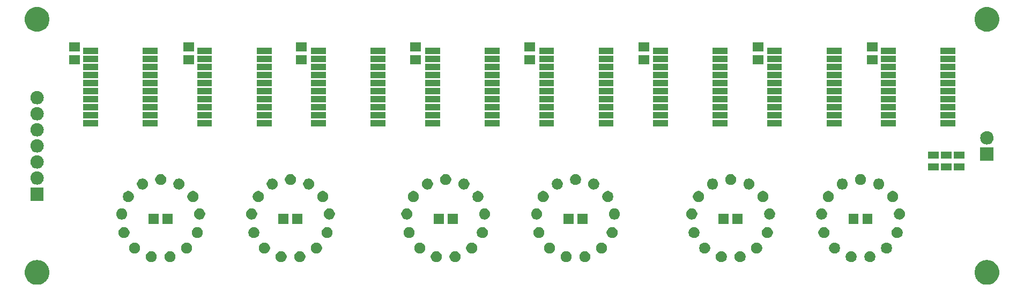
<source format=gbr>
G04 #@! TF.GenerationSoftware,KiCad,Pcbnew,(5.0.1)-4*
G04 #@! TF.CreationDate,2018-12-08T00:32:36+01:00*
G04 #@! TF.ProjectId,IN14_Display,494E31345F446973706C61792E6B6963,rev?*
G04 #@! TF.SameCoordinates,Original*
G04 #@! TF.FileFunction,Soldermask,Top*
G04 #@! TF.FilePolarity,Negative*
%FSLAX46Y46*%
G04 Gerber Fmt 4.6, Leading zero omitted, Abs format (unit mm)*
G04 Created by KiCad (PCBNEW (5.0.1)-4) date 08.12.2018 00:32:36*
%MOMM*%
%LPD*%
G01*
G04 APERTURE LIST*
%ADD10C,0.100000*%
G04 APERTURE END LIST*
D10*
G36*
X219040891Y-114987351D02*
X219323772Y-115043619D01*
X219678660Y-115190619D01*
X219998051Y-115404029D01*
X220269671Y-115675649D01*
X220483081Y-115995040D01*
X220630081Y-116349928D01*
X220705020Y-116726676D01*
X220705020Y-117110804D01*
X220630081Y-117487552D01*
X220483081Y-117842440D01*
X220269671Y-118161831D01*
X219998051Y-118433451D01*
X219678660Y-118646861D01*
X219323772Y-118793861D01*
X219040891Y-118850129D01*
X218947026Y-118868800D01*
X218562894Y-118868800D01*
X218469029Y-118850129D01*
X218186148Y-118793861D01*
X217831260Y-118646861D01*
X217511869Y-118433451D01*
X217240249Y-118161831D01*
X217026839Y-117842440D01*
X216879839Y-117487552D01*
X216804900Y-117110804D01*
X216804900Y-116726676D01*
X216879839Y-116349928D01*
X217026839Y-115995040D01*
X217240249Y-115675649D01*
X217511869Y-115404029D01*
X217831260Y-115190619D01*
X218186148Y-115043619D01*
X218469029Y-114987351D01*
X218562894Y-114968680D01*
X218947026Y-114968680D01*
X219040891Y-114987351D01*
X219040891Y-114987351D01*
G37*
G36*
X69041191Y-114987351D02*
X69324072Y-115043619D01*
X69678960Y-115190619D01*
X69998351Y-115404029D01*
X70269971Y-115675649D01*
X70483381Y-115995040D01*
X70630381Y-116349928D01*
X70705320Y-116726676D01*
X70705320Y-117110804D01*
X70630381Y-117487552D01*
X70483381Y-117842440D01*
X70269971Y-118161831D01*
X69998351Y-118433451D01*
X69678960Y-118646861D01*
X69324072Y-118793861D01*
X69041191Y-118850129D01*
X68947326Y-118868800D01*
X68563194Y-118868800D01*
X68469329Y-118850129D01*
X68186448Y-118793861D01*
X67831560Y-118646861D01*
X67512169Y-118433451D01*
X67240549Y-118161831D01*
X67027139Y-117842440D01*
X66880139Y-117487552D01*
X66805200Y-117110804D01*
X66805200Y-116726676D01*
X66880139Y-116349928D01*
X67027139Y-115995040D01*
X67240549Y-115675649D01*
X67512169Y-115404029D01*
X67831560Y-115190619D01*
X68186448Y-115043619D01*
X68469329Y-114987351D01*
X68563194Y-114968680D01*
X68947326Y-114968680D01*
X69041191Y-114987351D01*
X69041191Y-114987351D01*
G37*
G36*
X110509494Y-113605092D02*
X110668388Y-113670908D01*
X110811389Y-113766459D01*
X110933001Y-113888071D01*
X111028552Y-114031072D01*
X111094368Y-114189966D01*
X111127920Y-114358647D01*
X111127920Y-114530633D01*
X111094368Y-114699314D01*
X111028552Y-114858208D01*
X110933001Y-115001209D01*
X110811389Y-115122821D01*
X110668388Y-115218372D01*
X110509494Y-115284188D01*
X110340813Y-115317740D01*
X110168827Y-115317740D01*
X110000146Y-115284188D01*
X109841252Y-115218372D01*
X109698251Y-115122821D01*
X109576639Y-115001209D01*
X109481088Y-114858208D01*
X109415272Y-114699314D01*
X109381720Y-114530633D01*
X109381720Y-114358647D01*
X109415272Y-114189966D01*
X109481088Y-114031072D01*
X109576639Y-113888071D01*
X109698251Y-113766459D01*
X109841252Y-113670908D01*
X110000146Y-113605092D01*
X110168827Y-113571540D01*
X110340813Y-113571540D01*
X110509494Y-113605092D01*
X110509494Y-113605092D01*
G37*
G36*
X87047854Y-113605092D02*
X87206748Y-113670908D01*
X87349749Y-113766459D01*
X87471361Y-113888071D01*
X87566912Y-114031072D01*
X87632728Y-114189966D01*
X87666280Y-114358647D01*
X87666280Y-114530633D01*
X87632728Y-114699314D01*
X87566912Y-114858208D01*
X87471361Y-115001209D01*
X87349749Y-115122821D01*
X87206748Y-115218372D01*
X87047854Y-115284188D01*
X86879173Y-115317740D01*
X86707187Y-115317740D01*
X86538506Y-115284188D01*
X86379612Y-115218372D01*
X86236611Y-115122821D01*
X86114999Y-115001209D01*
X86019448Y-114858208D01*
X85953632Y-114699314D01*
X85920080Y-114530633D01*
X85920080Y-114358647D01*
X85953632Y-114189966D01*
X86019448Y-114031072D01*
X86114999Y-113888071D01*
X86236611Y-113766459D01*
X86379612Y-113670908D01*
X86538506Y-113605092D01*
X86707187Y-113571540D01*
X86879173Y-113571540D01*
X87047854Y-113605092D01*
X87047854Y-113605092D01*
G37*
G36*
X90009494Y-113605092D02*
X90168388Y-113670908D01*
X90311389Y-113766459D01*
X90433001Y-113888071D01*
X90528552Y-114031072D01*
X90594368Y-114189966D01*
X90627920Y-114358647D01*
X90627920Y-114530633D01*
X90594368Y-114699314D01*
X90528552Y-114858208D01*
X90433001Y-115001209D01*
X90311389Y-115122821D01*
X90168388Y-115218372D01*
X90009494Y-115284188D01*
X89840813Y-115317740D01*
X89668827Y-115317740D01*
X89500146Y-115284188D01*
X89341252Y-115218372D01*
X89198251Y-115122821D01*
X89076639Y-115001209D01*
X88981088Y-114858208D01*
X88915272Y-114699314D01*
X88881720Y-114530633D01*
X88881720Y-114358647D01*
X88915272Y-114189966D01*
X88981088Y-114031072D01*
X89076639Y-113888071D01*
X89198251Y-113766459D01*
X89341252Y-113670908D01*
X89500146Y-113605092D01*
X89668827Y-113571540D01*
X89840813Y-113571540D01*
X90009494Y-113605092D01*
X90009494Y-113605092D01*
G37*
G36*
X107547854Y-113605092D02*
X107706748Y-113670908D01*
X107849749Y-113766459D01*
X107971361Y-113888071D01*
X108066912Y-114031072D01*
X108132728Y-114189966D01*
X108166280Y-114358647D01*
X108166280Y-114530633D01*
X108132728Y-114699314D01*
X108066912Y-114858208D01*
X107971361Y-115001209D01*
X107849749Y-115122821D01*
X107706748Y-115218372D01*
X107547854Y-115284188D01*
X107379173Y-115317740D01*
X107207187Y-115317740D01*
X107038506Y-115284188D01*
X106879612Y-115218372D01*
X106736611Y-115122821D01*
X106614999Y-115001209D01*
X106519448Y-114858208D01*
X106453632Y-114699314D01*
X106420080Y-114530633D01*
X106420080Y-114358647D01*
X106453632Y-114189966D01*
X106519448Y-114031072D01*
X106614999Y-113888071D01*
X106736611Y-113766459D01*
X106879612Y-113670908D01*
X107038506Y-113605092D01*
X107207187Y-113571540D01*
X107379173Y-113571540D01*
X107547854Y-113605092D01*
X107547854Y-113605092D01*
G37*
G36*
X132061654Y-113605092D02*
X132220548Y-113670908D01*
X132363549Y-113766459D01*
X132485161Y-113888071D01*
X132580712Y-114031072D01*
X132646528Y-114189966D01*
X132680080Y-114358647D01*
X132680080Y-114530633D01*
X132646528Y-114699314D01*
X132580712Y-114858208D01*
X132485161Y-115001209D01*
X132363549Y-115122821D01*
X132220548Y-115218372D01*
X132061654Y-115284188D01*
X131892973Y-115317740D01*
X131720987Y-115317740D01*
X131552306Y-115284188D01*
X131393412Y-115218372D01*
X131250411Y-115122821D01*
X131128799Y-115001209D01*
X131033248Y-114858208D01*
X130967432Y-114699314D01*
X130933880Y-114530633D01*
X130933880Y-114358647D01*
X130967432Y-114189966D01*
X131033248Y-114031072D01*
X131128799Y-113888071D01*
X131250411Y-113766459D01*
X131393412Y-113670908D01*
X131552306Y-113605092D01*
X131720987Y-113571540D01*
X131892973Y-113571540D01*
X132061654Y-113605092D01*
X132061654Y-113605092D01*
G37*
G36*
X135023294Y-113605092D02*
X135182188Y-113670908D01*
X135325189Y-113766459D01*
X135446801Y-113888071D01*
X135542352Y-114031072D01*
X135608168Y-114189966D01*
X135641720Y-114358647D01*
X135641720Y-114530633D01*
X135608168Y-114699314D01*
X135542352Y-114858208D01*
X135446801Y-115001209D01*
X135325189Y-115122821D01*
X135182188Y-115218372D01*
X135023294Y-115284188D01*
X134854613Y-115317740D01*
X134682627Y-115317740D01*
X134513946Y-115284188D01*
X134355052Y-115218372D01*
X134212051Y-115122821D01*
X134090439Y-115001209D01*
X133994888Y-114858208D01*
X133929072Y-114699314D01*
X133895520Y-114530633D01*
X133895520Y-114358647D01*
X133929072Y-114189966D01*
X133994888Y-114031072D01*
X134090439Y-113888071D01*
X134212051Y-113766459D01*
X134355052Y-113670908D01*
X134513946Y-113605092D01*
X134682627Y-113571540D01*
X134854613Y-113571540D01*
X135023294Y-113605092D01*
X135023294Y-113605092D01*
G37*
G36*
X152561654Y-113605092D02*
X152720548Y-113670908D01*
X152863549Y-113766459D01*
X152985161Y-113888071D01*
X153080712Y-114031072D01*
X153146528Y-114189966D01*
X153180080Y-114358647D01*
X153180080Y-114530633D01*
X153146528Y-114699314D01*
X153080712Y-114858208D01*
X152985161Y-115001209D01*
X152863549Y-115122821D01*
X152720548Y-115218372D01*
X152561654Y-115284188D01*
X152392973Y-115317740D01*
X152220987Y-115317740D01*
X152052306Y-115284188D01*
X151893412Y-115218372D01*
X151750411Y-115122821D01*
X151628799Y-115001209D01*
X151533248Y-114858208D01*
X151467432Y-114699314D01*
X151433880Y-114530633D01*
X151433880Y-114358647D01*
X151467432Y-114189966D01*
X151533248Y-114031072D01*
X151628799Y-113888071D01*
X151750411Y-113766459D01*
X151893412Y-113670908D01*
X152052306Y-113605092D01*
X152220987Y-113571540D01*
X152392973Y-113571540D01*
X152561654Y-113605092D01*
X152561654Y-113605092D01*
G37*
G36*
X155523294Y-113605092D02*
X155682188Y-113670908D01*
X155825189Y-113766459D01*
X155946801Y-113888071D01*
X156042352Y-114031072D01*
X156108168Y-114189966D01*
X156141720Y-114358647D01*
X156141720Y-114530633D01*
X156108168Y-114699314D01*
X156042352Y-114858208D01*
X155946801Y-115001209D01*
X155825189Y-115122821D01*
X155682188Y-115218372D01*
X155523294Y-115284188D01*
X155354613Y-115317740D01*
X155182627Y-115317740D01*
X155013946Y-115284188D01*
X154855052Y-115218372D01*
X154712051Y-115122821D01*
X154590439Y-115001209D01*
X154494888Y-114858208D01*
X154429072Y-114699314D01*
X154395520Y-114530633D01*
X154395520Y-114358647D01*
X154429072Y-114189966D01*
X154494888Y-114031072D01*
X154590439Y-113888071D01*
X154712051Y-113766459D01*
X154855052Y-113670908D01*
X155013946Y-113605092D01*
X155182627Y-113571540D01*
X155354613Y-113571540D01*
X155523294Y-113605092D01*
X155523294Y-113605092D01*
G37*
G36*
X177070854Y-113605092D02*
X177229748Y-113670908D01*
X177372749Y-113766459D01*
X177494361Y-113888071D01*
X177589912Y-114031072D01*
X177655728Y-114189966D01*
X177689280Y-114358647D01*
X177689280Y-114530633D01*
X177655728Y-114699314D01*
X177589912Y-114858208D01*
X177494361Y-115001209D01*
X177372749Y-115122821D01*
X177229748Y-115218372D01*
X177070854Y-115284188D01*
X176902173Y-115317740D01*
X176730187Y-115317740D01*
X176561506Y-115284188D01*
X176402612Y-115218372D01*
X176259611Y-115122821D01*
X176137999Y-115001209D01*
X176042448Y-114858208D01*
X175976632Y-114699314D01*
X175943080Y-114530633D01*
X175943080Y-114358647D01*
X175976632Y-114189966D01*
X176042448Y-114031072D01*
X176137999Y-113888071D01*
X176259611Y-113766459D01*
X176402612Y-113670908D01*
X176561506Y-113605092D01*
X176730187Y-113571540D01*
X176902173Y-113571540D01*
X177070854Y-113605092D01*
X177070854Y-113605092D01*
G37*
G36*
X197570854Y-113605092D02*
X197729748Y-113670908D01*
X197872749Y-113766459D01*
X197994361Y-113888071D01*
X198089912Y-114031072D01*
X198155728Y-114189966D01*
X198189280Y-114358647D01*
X198189280Y-114530633D01*
X198155728Y-114699314D01*
X198089912Y-114858208D01*
X197994361Y-115001209D01*
X197872749Y-115122821D01*
X197729748Y-115218372D01*
X197570854Y-115284188D01*
X197402173Y-115317740D01*
X197230187Y-115317740D01*
X197061506Y-115284188D01*
X196902612Y-115218372D01*
X196759611Y-115122821D01*
X196637999Y-115001209D01*
X196542448Y-114858208D01*
X196476632Y-114699314D01*
X196443080Y-114530633D01*
X196443080Y-114358647D01*
X196476632Y-114189966D01*
X196542448Y-114031072D01*
X196637999Y-113888071D01*
X196759611Y-113766459D01*
X196902612Y-113670908D01*
X197061506Y-113605092D01*
X197230187Y-113571540D01*
X197402173Y-113571540D01*
X197570854Y-113605092D01*
X197570854Y-113605092D01*
G37*
G36*
X200532494Y-113605092D02*
X200691388Y-113670908D01*
X200834389Y-113766459D01*
X200956001Y-113888071D01*
X201051552Y-114031072D01*
X201117368Y-114189966D01*
X201150920Y-114358647D01*
X201150920Y-114530633D01*
X201117368Y-114699314D01*
X201051552Y-114858208D01*
X200956001Y-115001209D01*
X200834389Y-115122821D01*
X200691388Y-115218372D01*
X200532494Y-115284188D01*
X200363813Y-115317740D01*
X200191827Y-115317740D01*
X200023146Y-115284188D01*
X199864252Y-115218372D01*
X199721251Y-115122821D01*
X199599639Y-115001209D01*
X199504088Y-114858208D01*
X199438272Y-114699314D01*
X199404720Y-114530633D01*
X199404720Y-114358647D01*
X199438272Y-114189966D01*
X199504088Y-114031072D01*
X199599639Y-113888071D01*
X199721251Y-113766459D01*
X199864252Y-113670908D01*
X200023146Y-113605092D01*
X200191827Y-113571540D01*
X200363813Y-113571540D01*
X200532494Y-113605092D01*
X200532494Y-113605092D01*
G37*
G36*
X180032494Y-113605092D02*
X180191388Y-113670908D01*
X180334389Y-113766459D01*
X180456001Y-113888071D01*
X180551552Y-114031072D01*
X180617368Y-114189966D01*
X180650920Y-114358647D01*
X180650920Y-114530633D01*
X180617368Y-114699314D01*
X180551552Y-114858208D01*
X180456001Y-115001209D01*
X180334389Y-115122821D01*
X180191388Y-115218372D01*
X180032494Y-115284188D01*
X179863813Y-115317740D01*
X179691827Y-115317740D01*
X179523146Y-115284188D01*
X179364252Y-115218372D01*
X179221251Y-115122821D01*
X179099639Y-115001209D01*
X179004088Y-114858208D01*
X178938272Y-114699314D01*
X178904720Y-114530633D01*
X178904720Y-114358647D01*
X178938272Y-114189966D01*
X179004088Y-114031072D01*
X179099639Y-113888071D01*
X179221251Y-113766459D01*
X179364252Y-113670908D01*
X179523146Y-113605092D01*
X179691827Y-113571540D01*
X179863813Y-113571540D01*
X180032494Y-113605092D01*
X180032494Y-113605092D01*
G37*
G36*
X174447034Y-112228412D02*
X174605928Y-112294228D01*
X174748929Y-112389779D01*
X174870541Y-112511391D01*
X174966092Y-112654392D01*
X175031908Y-112813286D01*
X175065460Y-112981967D01*
X175065460Y-113153953D01*
X175031908Y-113322634D01*
X174966092Y-113481528D01*
X174870541Y-113624529D01*
X174748929Y-113746141D01*
X174605928Y-113841692D01*
X174447034Y-113907508D01*
X174278353Y-113941060D01*
X174106367Y-113941060D01*
X173937686Y-113907508D01*
X173778792Y-113841692D01*
X173635791Y-113746141D01*
X173514179Y-113624529D01*
X173418628Y-113481528D01*
X173352812Y-113322634D01*
X173319260Y-113153953D01*
X173319260Y-112981967D01*
X173352812Y-112813286D01*
X173418628Y-112654392D01*
X173514179Y-112511391D01*
X173635791Y-112389779D01*
X173778792Y-112294228D01*
X173937686Y-112228412D01*
X174106367Y-112194860D01*
X174278353Y-112194860D01*
X174447034Y-112228412D01*
X174447034Y-112228412D01*
G37*
G36*
X84424034Y-112228412D02*
X84582928Y-112294228D01*
X84725929Y-112389779D01*
X84847541Y-112511391D01*
X84943092Y-112654392D01*
X85008908Y-112813286D01*
X85042460Y-112981967D01*
X85042460Y-113153953D01*
X85008908Y-113322634D01*
X84943092Y-113481528D01*
X84847541Y-113624529D01*
X84725929Y-113746141D01*
X84582928Y-113841692D01*
X84424034Y-113907508D01*
X84255353Y-113941060D01*
X84083367Y-113941060D01*
X83914686Y-113907508D01*
X83755792Y-113841692D01*
X83612791Y-113746141D01*
X83491179Y-113624529D01*
X83395628Y-113481528D01*
X83329812Y-113322634D01*
X83296260Y-113153953D01*
X83296260Y-112981967D01*
X83329812Y-112813286D01*
X83395628Y-112654392D01*
X83491179Y-112511391D01*
X83612791Y-112389779D01*
X83755792Y-112294228D01*
X83914686Y-112228412D01*
X84083367Y-112194860D01*
X84255353Y-112194860D01*
X84424034Y-112228412D01*
X84424034Y-112228412D01*
G37*
G36*
X92633314Y-112228412D02*
X92792208Y-112294228D01*
X92935209Y-112389779D01*
X93056821Y-112511391D01*
X93152372Y-112654392D01*
X93218188Y-112813286D01*
X93251740Y-112981967D01*
X93251740Y-113153953D01*
X93218188Y-113322634D01*
X93152372Y-113481528D01*
X93056821Y-113624529D01*
X92935209Y-113746141D01*
X92792208Y-113841692D01*
X92633314Y-113907508D01*
X92464633Y-113941060D01*
X92292647Y-113941060D01*
X92123966Y-113907508D01*
X91965072Y-113841692D01*
X91822071Y-113746141D01*
X91700459Y-113624529D01*
X91604908Y-113481528D01*
X91539092Y-113322634D01*
X91505540Y-113153953D01*
X91505540Y-112981967D01*
X91539092Y-112813286D01*
X91604908Y-112654392D01*
X91700459Y-112511391D01*
X91822071Y-112389779D01*
X91965072Y-112294228D01*
X92123966Y-112228412D01*
X92292647Y-112194860D01*
X92464633Y-112194860D01*
X92633314Y-112228412D01*
X92633314Y-112228412D01*
G37*
G36*
X104924034Y-112228412D02*
X105082928Y-112294228D01*
X105225929Y-112389779D01*
X105347541Y-112511391D01*
X105443092Y-112654392D01*
X105508908Y-112813286D01*
X105542460Y-112981967D01*
X105542460Y-113153953D01*
X105508908Y-113322634D01*
X105443092Y-113481528D01*
X105347541Y-113624529D01*
X105225929Y-113746141D01*
X105082928Y-113841692D01*
X104924034Y-113907508D01*
X104755353Y-113941060D01*
X104583367Y-113941060D01*
X104414686Y-113907508D01*
X104255792Y-113841692D01*
X104112791Y-113746141D01*
X103991179Y-113624529D01*
X103895628Y-113481528D01*
X103829812Y-113322634D01*
X103796260Y-113153953D01*
X103796260Y-112981967D01*
X103829812Y-112813286D01*
X103895628Y-112654392D01*
X103991179Y-112511391D01*
X104112791Y-112389779D01*
X104255792Y-112294228D01*
X104414686Y-112228412D01*
X104583367Y-112194860D01*
X104755353Y-112194860D01*
X104924034Y-112228412D01*
X104924034Y-112228412D01*
G37*
G36*
X194947034Y-112228412D02*
X195105928Y-112294228D01*
X195248929Y-112389779D01*
X195370541Y-112511391D01*
X195466092Y-112654392D01*
X195531908Y-112813286D01*
X195565460Y-112981967D01*
X195565460Y-113153953D01*
X195531908Y-113322634D01*
X195466092Y-113481528D01*
X195370541Y-113624529D01*
X195248929Y-113746141D01*
X195105928Y-113841692D01*
X194947034Y-113907508D01*
X194778353Y-113941060D01*
X194606367Y-113941060D01*
X194437686Y-113907508D01*
X194278792Y-113841692D01*
X194135791Y-113746141D01*
X194014179Y-113624529D01*
X193918628Y-113481528D01*
X193852812Y-113322634D01*
X193819260Y-113153953D01*
X193819260Y-112981967D01*
X193852812Y-112813286D01*
X193918628Y-112654392D01*
X194014179Y-112511391D01*
X194135791Y-112389779D01*
X194278792Y-112294228D01*
X194437686Y-112228412D01*
X194606367Y-112194860D01*
X194778353Y-112194860D01*
X194947034Y-112228412D01*
X194947034Y-112228412D01*
G37*
G36*
X203156314Y-112228412D02*
X203315208Y-112294228D01*
X203458209Y-112389779D01*
X203579821Y-112511391D01*
X203675372Y-112654392D01*
X203741188Y-112813286D01*
X203774740Y-112981967D01*
X203774740Y-113153953D01*
X203741188Y-113322634D01*
X203675372Y-113481528D01*
X203579821Y-113624529D01*
X203458209Y-113746141D01*
X203315208Y-113841692D01*
X203156314Y-113907508D01*
X202987633Y-113941060D01*
X202815647Y-113941060D01*
X202646966Y-113907508D01*
X202488072Y-113841692D01*
X202345071Y-113746141D01*
X202223459Y-113624529D01*
X202127908Y-113481528D01*
X202062092Y-113322634D01*
X202028540Y-113153953D01*
X202028540Y-112981967D01*
X202062092Y-112813286D01*
X202127908Y-112654392D01*
X202223459Y-112511391D01*
X202345071Y-112389779D01*
X202488072Y-112294228D01*
X202646966Y-112228412D01*
X202815647Y-112194860D01*
X202987633Y-112194860D01*
X203156314Y-112228412D01*
X203156314Y-112228412D01*
G37*
G36*
X113133314Y-112228412D02*
X113292208Y-112294228D01*
X113435209Y-112389779D01*
X113556821Y-112511391D01*
X113652372Y-112654392D01*
X113718188Y-112813286D01*
X113751740Y-112981967D01*
X113751740Y-113153953D01*
X113718188Y-113322634D01*
X113652372Y-113481528D01*
X113556821Y-113624529D01*
X113435209Y-113746141D01*
X113292208Y-113841692D01*
X113133314Y-113907508D01*
X112964633Y-113941060D01*
X112792647Y-113941060D01*
X112623966Y-113907508D01*
X112465072Y-113841692D01*
X112322071Y-113746141D01*
X112200459Y-113624529D01*
X112104908Y-113481528D01*
X112039092Y-113322634D01*
X112005540Y-113153953D01*
X112005540Y-112981967D01*
X112039092Y-112813286D01*
X112104908Y-112654392D01*
X112200459Y-112511391D01*
X112322071Y-112389779D01*
X112465072Y-112294228D01*
X112623966Y-112228412D01*
X112792647Y-112194860D01*
X112964633Y-112194860D01*
X113133314Y-112228412D01*
X113133314Y-112228412D01*
G37*
G36*
X129437834Y-112228412D02*
X129596728Y-112294228D01*
X129739729Y-112389779D01*
X129861341Y-112511391D01*
X129956892Y-112654392D01*
X130022708Y-112813286D01*
X130056260Y-112981967D01*
X130056260Y-113153953D01*
X130022708Y-113322634D01*
X129956892Y-113481528D01*
X129861341Y-113624529D01*
X129739729Y-113746141D01*
X129596728Y-113841692D01*
X129437834Y-113907508D01*
X129269153Y-113941060D01*
X129097167Y-113941060D01*
X128928486Y-113907508D01*
X128769592Y-113841692D01*
X128626591Y-113746141D01*
X128504979Y-113624529D01*
X128409428Y-113481528D01*
X128343612Y-113322634D01*
X128310060Y-113153953D01*
X128310060Y-112981967D01*
X128343612Y-112813286D01*
X128409428Y-112654392D01*
X128504979Y-112511391D01*
X128626591Y-112389779D01*
X128769592Y-112294228D01*
X128928486Y-112228412D01*
X129097167Y-112194860D01*
X129269153Y-112194860D01*
X129437834Y-112228412D01*
X129437834Y-112228412D01*
G37*
G36*
X137647114Y-112228412D02*
X137806008Y-112294228D01*
X137949009Y-112389779D01*
X138070621Y-112511391D01*
X138166172Y-112654392D01*
X138231988Y-112813286D01*
X138265540Y-112981967D01*
X138265540Y-113153953D01*
X138231988Y-113322634D01*
X138166172Y-113481528D01*
X138070621Y-113624529D01*
X137949009Y-113746141D01*
X137806008Y-113841692D01*
X137647114Y-113907508D01*
X137478433Y-113941060D01*
X137306447Y-113941060D01*
X137137766Y-113907508D01*
X136978872Y-113841692D01*
X136835871Y-113746141D01*
X136714259Y-113624529D01*
X136618708Y-113481528D01*
X136552892Y-113322634D01*
X136519340Y-113153953D01*
X136519340Y-112981967D01*
X136552892Y-112813286D01*
X136618708Y-112654392D01*
X136714259Y-112511391D01*
X136835871Y-112389779D01*
X136978872Y-112294228D01*
X137137766Y-112228412D01*
X137306447Y-112194860D01*
X137478433Y-112194860D01*
X137647114Y-112228412D01*
X137647114Y-112228412D01*
G37*
G36*
X149937834Y-112228412D02*
X150096728Y-112294228D01*
X150239729Y-112389779D01*
X150361341Y-112511391D01*
X150456892Y-112654392D01*
X150522708Y-112813286D01*
X150556260Y-112981967D01*
X150556260Y-113153953D01*
X150522708Y-113322634D01*
X150456892Y-113481528D01*
X150361341Y-113624529D01*
X150239729Y-113746141D01*
X150096728Y-113841692D01*
X149937834Y-113907508D01*
X149769153Y-113941060D01*
X149597167Y-113941060D01*
X149428486Y-113907508D01*
X149269592Y-113841692D01*
X149126591Y-113746141D01*
X149004979Y-113624529D01*
X148909428Y-113481528D01*
X148843612Y-113322634D01*
X148810060Y-113153953D01*
X148810060Y-112981967D01*
X148843612Y-112813286D01*
X148909428Y-112654392D01*
X149004979Y-112511391D01*
X149126591Y-112389779D01*
X149269592Y-112294228D01*
X149428486Y-112228412D01*
X149597167Y-112194860D01*
X149769153Y-112194860D01*
X149937834Y-112228412D01*
X149937834Y-112228412D01*
G37*
G36*
X158147114Y-112228412D02*
X158306008Y-112294228D01*
X158449009Y-112389779D01*
X158570621Y-112511391D01*
X158666172Y-112654392D01*
X158731988Y-112813286D01*
X158765540Y-112981967D01*
X158765540Y-113153953D01*
X158731988Y-113322634D01*
X158666172Y-113481528D01*
X158570621Y-113624529D01*
X158449009Y-113746141D01*
X158306008Y-113841692D01*
X158147114Y-113907508D01*
X157978433Y-113941060D01*
X157806447Y-113941060D01*
X157637766Y-113907508D01*
X157478872Y-113841692D01*
X157335871Y-113746141D01*
X157214259Y-113624529D01*
X157118708Y-113481528D01*
X157052892Y-113322634D01*
X157019340Y-113153953D01*
X157019340Y-112981967D01*
X157052892Y-112813286D01*
X157118708Y-112654392D01*
X157214259Y-112511391D01*
X157335871Y-112389779D01*
X157478872Y-112294228D01*
X157637766Y-112228412D01*
X157806447Y-112194860D01*
X157978433Y-112194860D01*
X158147114Y-112228412D01*
X158147114Y-112228412D01*
G37*
G36*
X182656314Y-112228412D02*
X182815208Y-112294228D01*
X182958209Y-112389779D01*
X183079821Y-112511391D01*
X183175372Y-112654392D01*
X183241188Y-112813286D01*
X183274740Y-112981967D01*
X183274740Y-113153953D01*
X183241188Y-113322634D01*
X183175372Y-113481528D01*
X183079821Y-113624529D01*
X182958209Y-113746141D01*
X182815208Y-113841692D01*
X182656314Y-113907508D01*
X182487633Y-113941060D01*
X182315647Y-113941060D01*
X182146966Y-113907508D01*
X181988072Y-113841692D01*
X181845071Y-113746141D01*
X181723459Y-113624529D01*
X181627908Y-113481528D01*
X181562092Y-113322634D01*
X181528540Y-113153953D01*
X181528540Y-112981967D01*
X181562092Y-112813286D01*
X181627908Y-112654392D01*
X181723459Y-112511391D01*
X181845071Y-112389779D01*
X181988072Y-112294228D01*
X182146966Y-112228412D01*
X182315647Y-112194860D01*
X182487633Y-112194860D01*
X182656314Y-112228412D01*
X182656314Y-112228412D01*
G37*
G36*
X159828594Y-109790012D02*
X159987488Y-109855828D01*
X160130489Y-109951379D01*
X160252101Y-110072991D01*
X160347652Y-110215992D01*
X160413468Y-110374886D01*
X160447020Y-110543567D01*
X160447020Y-110715553D01*
X160413468Y-110884234D01*
X160347652Y-111043128D01*
X160252101Y-111186129D01*
X160130489Y-111307741D01*
X159987488Y-111403292D01*
X159828594Y-111469108D01*
X159659913Y-111502660D01*
X159487927Y-111502660D01*
X159319246Y-111469108D01*
X159160352Y-111403292D01*
X159017351Y-111307741D01*
X158895739Y-111186129D01*
X158800188Y-111043128D01*
X158734372Y-110884234D01*
X158700820Y-110715553D01*
X158700820Y-110543567D01*
X158734372Y-110374886D01*
X158800188Y-110215992D01*
X158895739Y-110072991D01*
X159017351Y-109951379D01*
X159160352Y-109855828D01*
X159319246Y-109790012D01*
X159487927Y-109756460D01*
X159659913Y-109756460D01*
X159828594Y-109790012D01*
X159828594Y-109790012D01*
G37*
G36*
X139328594Y-109790012D02*
X139487488Y-109855828D01*
X139630489Y-109951379D01*
X139752101Y-110072991D01*
X139847652Y-110215992D01*
X139913468Y-110374886D01*
X139947020Y-110543567D01*
X139947020Y-110715553D01*
X139913468Y-110884234D01*
X139847652Y-111043128D01*
X139752101Y-111186129D01*
X139630489Y-111307741D01*
X139487488Y-111403292D01*
X139328594Y-111469108D01*
X139159913Y-111502660D01*
X138987927Y-111502660D01*
X138819246Y-111469108D01*
X138660352Y-111403292D01*
X138517351Y-111307741D01*
X138395739Y-111186129D01*
X138300188Y-111043128D01*
X138234372Y-110884234D01*
X138200820Y-110715553D01*
X138200820Y-110543567D01*
X138234372Y-110374886D01*
X138300188Y-110215992D01*
X138395739Y-110072991D01*
X138517351Y-109951379D01*
X138660352Y-109855828D01*
X138819246Y-109790012D01*
X138987927Y-109756460D01*
X139159913Y-109756460D01*
X139328594Y-109790012D01*
X139328594Y-109790012D01*
G37*
G36*
X148256354Y-109790012D02*
X148415248Y-109855828D01*
X148558249Y-109951379D01*
X148679861Y-110072991D01*
X148775412Y-110215992D01*
X148841228Y-110374886D01*
X148874780Y-110543567D01*
X148874780Y-110715553D01*
X148841228Y-110884234D01*
X148775412Y-111043128D01*
X148679861Y-111186129D01*
X148558249Y-111307741D01*
X148415248Y-111403292D01*
X148256354Y-111469108D01*
X148087673Y-111502660D01*
X147915687Y-111502660D01*
X147747006Y-111469108D01*
X147588112Y-111403292D01*
X147445111Y-111307741D01*
X147323499Y-111186129D01*
X147227948Y-111043128D01*
X147162132Y-110884234D01*
X147128580Y-110715553D01*
X147128580Y-110543567D01*
X147162132Y-110374886D01*
X147227948Y-110215992D01*
X147323499Y-110072991D01*
X147445111Y-109951379D01*
X147588112Y-109855828D01*
X147747006Y-109790012D01*
X147915687Y-109756460D01*
X148087673Y-109756460D01*
X148256354Y-109790012D01*
X148256354Y-109790012D01*
G37*
G36*
X172765554Y-109790012D02*
X172924448Y-109855828D01*
X173067449Y-109951379D01*
X173189061Y-110072991D01*
X173284612Y-110215992D01*
X173350428Y-110374886D01*
X173383980Y-110543567D01*
X173383980Y-110715553D01*
X173350428Y-110884234D01*
X173284612Y-111043128D01*
X173189061Y-111186129D01*
X173067449Y-111307741D01*
X172924448Y-111403292D01*
X172765554Y-111469108D01*
X172596873Y-111502660D01*
X172424887Y-111502660D01*
X172256206Y-111469108D01*
X172097312Y-111403292D01*
X171954311Y-111307741D01*
X171832699Y-111186129D01*
X171737148Y-111043128D01*
X171671332Y-110884234D01*
X171637780Y-110715553D01*
X171637780Y-110543567D01*
X171671332Y-110374886D01*
X171737148Y-110215992D01*
X171832699Y-110072991D01*
X171954311Y-109951379D01*
X172097312Y-109855828D01*
X172256206Y-109790012D01*
X172424887Y-109756460D01*
X172596873Y-109756460D01*
X172765554Y-109790012D01*
X172765554Y-109790012D01*
G37*
G36*
X127756354Y-109790012D02*
X127915248Y-109855828D01*
X128058249Y-109951379D01*
X128179861Y-110072991D01*
X128275412Y-110215992D01*
X128341228Y-110374886D01*
X128374780Y-110543567D01*
X128374780Y-110715553D01*
X128341228Y-110884234D01*
X128275412Y-111043128D01*
X128179861Y-111186129D01*
X128058249Y-111307741D01*
X127915248Y-111403292D01*
X127756354Y-111469108D01*
X127587673Y-111502660D01*
X127415687Y-111502660D01*
X127247006Y-111469108D01*
X127088112Y-111403292D01*
X126945111Y-111307741D01*
X126823499Y-111186129D01*
X126727948Y-111043128D01*
X126662132Y-110884234D01*
X126628580Y-110715553D01*
X126628580Y-110543567D01*
X126662132Y-110374886D01*
X126727948Y-110215992D01*
X126823499Y-110072991D01*
X126945111Y-109951379D01*
X127088112Y-109855828D01*
X127247006Y-109790012D01*
X127415687Y-109756460D01*
X127587673Y-109756460D01*
X127756354Y-109790012D01*
X127756354Y-109790012D01*
G37*
G36*
X114814794Y-109790012D02*
X114973688Y-109855828D01*
X115116689Y-109951379D01*
X115238301Y-110072991D01*
X115333852Y-110215992D01*
X115399668Y-110374886D01*
X115433220Y-110543567D01*
X115433220Y-110715553D01*
X115399668Y-110884234D01*
X115333852Y-111043128D01*
X115238301Y-111186129D01*
X115116689Y-111307741D01*
X114973688Y-111403292D01*
X114814794Y-111469108D01*
X114646113Y-111502660D01*
X114474127Y-111502660D01*
X114305446Y-111469108D01*
X114146552Y-111403292D01*
X114003551Y-111307741D01*
X113881939Y-111186129D01*
X113786388Y-111043128D01*
X113720572Y-110884234D01*
X113687020Y-110715553D01*
X113687020Y-110543567D01*
X113720572Y-110374886D01*
X113786388Y-110215992D01*
X113881939Y-110072991D01*
X114003551Y-109951379D01*
X114146552Y-109855828D01*
X114305446Y-109790012D01*
X114474127Y-109756460D01*
X114646113Y-109756460D01*
X114814794Y-109790012D01*
X114814794Y-109790012D01*
G37*
G36*
X204837794Y-109790012D02*
X204996688Y-109855828D01*
X205139689Y-109951379D01*
X205261301Y-110072991D01*
X205356852Y-110215992D01*
X205422668Y-110374886D01*
X205456220Y-110543567D01*
X205456220Y-110715553D01*
X205422668Y-110884234D01*
X205356852Y-111043128D01*
X205261301Y-111186129D01*
X205139689Y-111307741D01*
X204996688Y-111403292D01*
X204837794Y-111469108D01*
X204669113Y-111502660D01*
X204497127Y-111502660D01*
X204328446Y-111469108D01*
X204169552Y-111403292D01*
X204026551Y-111307741D01*
X203904939Y-111186129D01*
X203809388Y-111043128D01*
X203743572Y-110884234D01*
X203710020Y-110715553D01*
X203710020Y-110543567D01*
X203743572Y-110374886D01*
X203809388Y-110215992D01*
X203904939Y-110072991D01*
X204026551Y-109951379D01*
X204169552Y-109855828D01*
X204328446Y-109790012D01*
X204497127Y-109756460D01*
X204669113Y-109756460D01*
X204837794Y-109790012D01*
X204837794Y-109790012D01*
G37*
G36*
X82742554Y-109790012D02*
X82901448Y-109855828D01*
X83044449Y-109951379D01*
X83166061Y-110072991D01*
X83261612Y-110215992D01*
X83327428Y-110374886D01*
X83360980Y-110543567D01*
X83360980Y-110715553D01*
X83327428Y-110884234D01*
X83261612Y-111043128D01*
X83166061Y-111186129D01*
X83044449Y-111307741D01*
X82901448Y-111403292D01*
X82742554Y-111469108D01*
X82573873Y-111502660D01*
X82401887Y-111502660D01*
X82233206Y-111469108D01*
X82074312Y-111403292D01*
X81931311Y-111307741D01*
X81809699Y-111186129D01*
X81714148Y-111043128D01*
X81648332Y-110884234D01*
X81614780Y-110715553D01*
X81614780Y-110543567D01*
X81648332Y-110374886D01*
X81714148Y-110215992D01*
X81809699Y-110072991D01*
X81931311Y-109951379D01*
X82074312Y-109855828D01*
X82233206Y-109790012D01*
X82401887Y-109756460D01*
X82573873Y-109756460D01*
X82742554Y-109790012D01*
X82742554Y-109790012D01*
G37*
G36*
X184337794Y-109790012D02*
X184496688Y-109855828D01*
X184639689Y-109951379D01*
X184761301Y-110072991D01*
X184856852Y-110215992D01*
X184922668Y-110374886D01*
X184956220Y-110543567D01*
X184956220Y-110715553D01*
X184922668Y-110884234D01*
X184856852Y-111043128D01*
X184761301Y-111186129D01*
X184639689Y-111307741D01*
X184496688Y-111403292D01*
X184337794Y-111469108D01*
X184169113Y-111502660D01*
X183997127Y-111502660D01*
X183828446Y-111469108D01*
X183669552Y-111403292D01*
X183526551Y-111307741D01*
X183404939Y-111186129D01*
X183309388Y-111043128D01*
X183243572Y-110884234D01*
X183210020Y-110715553D01*
X183210020Y-110543567D01*
X183243572Y-110374886D01*
X183309388Y-110215992D01*
X183404939Y-110072991D01*
X183526551Y-109951379D01*
X183669552Y-109855828D01*
X183828446Y-109790012D01*
X183997127Y-109756460D01*
X184169113Y-109756460D01*
X184337794Y-109790012D01*
X184337794Y-109790012D01*
G37*
G36*
X103242554Y-109790012D02*
X103401448Y-109855828D01*
X103544449Y-109951379D01*
X103666061Y-110072991D01*
X103761612Y-110215992D01*
X103827428Y-110374886D01*
X103860980Y-110543567D01*
X103860980Y-110715553D01*
X103827428Y-110884234D01*
X103761612Y-111043128D01*
X103666061Y-111186129D01*
X103544449Y-111307741D01*
X103401448Y-111403292D01*
X103242554Y-111469108D01*
X103073873Y-111502660D01*
X102901887Y-111502660D01*
X102733206Y-111469108D01*
X102574312Y-111403292D01*
X102431311Y-111307741D01*
X102309699Y-111186129D01*
X102214148Y-111043128D01*
X102148332Y-110884234D01*
X102114780Y-110715553D01*
X102114780Y-110543567D01*
X102148332Y-110374886D01*
X102214148Y-110215992D01*
X102309699Y-110072991D01*
X102431311Y-109951379D01*
X102574312Y-109855828D01*
X102733206Y-109790012D01*
X102901887Y-109756460D01*
X103073873Y-109756460D01*
X103242554Y-109790012D01*
X103242554Y-109790012D01*
G37*
G36*
X94314794Y-109790012D02*
X94473688Y-109855828D01*
X94616689Y-109951379D01*
X94738301Y-110072991D01*
X94833852Y-110215992D01*
X94899668Y-110374886D01*
X94933220Y-110543567D01*
X94933220Y-110715553D01*
X94899668Y-110884234D01*
X94833852Y-111043128D01*
X94738301Y-111186129D01*
X94616689Y-111307741D01*
X94473688Y-111403292D01*
X94314794Y-111469108D01*
X94146113Y-111502660D01*
X93974127Y-111502660D01*
X93805446Y-111469108D01*
X93646552Y-111403292D01*
X93503551Y-111307741D01*
X93381939Y-111186129D01*
X93286388Y-111043128D01*
X93220572Y-110884234D01*
X93187020Y-110715553D01*
X93187020Y-110543567D01*
X93220572Y-110374886D01*
X93286388Y-110215992D01*
X93381939Y-110072991D01*
X93503551Y-109951379D01*
X93646552Y-109855828D01*
X93805446Y-109790012D01*
X93974127Y-109756460D01*
X94146113Y-109756460D01*
X94314794Y-109790012D01*
X94314794Y-109790012D01*
G37*
G36*
X193265554Y-109790012D02*
X193424448Y-109855828D01*
X193567449Y-109951379D01*
X193689061Y-110072991D01*
X193784612Y-110215992D01*
X193850428Y-110374886D01*
X193883980Y-110543567D01*
X193883980Y-110715553D01*
X193850428Y-110884234D01*
X193784612Y-111043128D01*
X193689061Y-111186129D01*
X193567449Y-111307741D01*
X193424448Y-111403292D01*
X193265554Y-111469108D01*
X193096873Y-111502660D01*
X192924887Y-111502660D01*
X192756206Y-111469108D01*
X192597312Y-111403292D01*
X192454311Y-111307741D01*
X192332699Y-111186129D01*
X192237148Y-111043128D01*
X192171332Y-110884234D01*
X192137780Y-110715553D01*
X192137780Y-110543567D01*
X192171332Y-110374886D01*
X192237148Y-110215992D01*
X192332699Y-110072991D01*
X192454311Y-109951379D01*
X192597312Y-109855828D01*
X192756206Y-109790012D01*
X192924887Y-109756460D01*
X193096873Y-109756460D01*
X193265554Y-109790012D01*
X193265554Y-109790012D01*
G37*
G36*
X155687800Y-109235000D02*
X154087800Y-109235000D01*
X154087800Y-107635000D01*
X155687800Y-107635000D01*
X155687800Y-109235000D01*
X155687800Y-109235000D01*
G37*
G36*
X90174000Y-109235000D02*
X88574000Y-109235000D01*
X88574000Y-107635000D01*
X90174000Y-107635000D01*
X90174000Y-109235000D01*
X90174000Y-109235000D01*
G37*
G36*
X87974000Y-109235000D02*
X86374000Y-109235000D01*
X86374000Y-107635000D01*
X87974000Y-107635000D01*
X87974000Y-109235000D01*
X87974000Y-109235000D01*
G37*
G36*
X110674000Y-109235000D02*
X109074000Y-109235000D01*
X109074000Y-107635000D01*
X110674000Y-107635000D01*
X110674000Y-109235000D01*
X110674000Y-109235000D01*
G37*
G36*
X108474000Y-109235000D02*
X106874000Y-109235000D01*
X106874000Y-107635000D01*
X108474000Y-107635000D01*
X108474000Y-109235000D01*
X108474000Y-109235000D01*
G37*
G36*
X135187800Y-109235000D02*
X133587800Y-109235000D01*
X133587800Y-107635000D01*
X135187800Y-107635000D01*
X135187800Y-109235000D01*
X135187800Y-109235000D01*
G37*
G36*
X153487800Y-109235000D02*
X151887800Y-109235000D01*
X151887800Y-107635000D01*
X153487800Y-107635000D01*
X153487800Y-109235000D01*
X153487800Y-109235000D01*
G37*
G36*
X180197000Y-109235000D02*
X178597000Y-109235000D01*
X178597000Y-107635000D01*
X180197000Y-107635000D01*
X180197000Y-109235000D01*
X180197000Y-109235000D01*
G37*
G36*
X177997000Y-109235000D02*
X176397000Y-109235000D01*
X176397000Y-107635000D01*
X177997000Y-107635000D01*
X177997000Y-109235000D01*
X177997000Y-109235000D01*
G37*
G36*
X200697000Y-109235000D02*
X199097000Y-109235000D01*
X199097000Y-107635000D01*
X200697000Y-107635000D01*
X200697000Y-109235000D01*
X200697000Y-109235000D01*
G37*
G36*
X198497000Y-109235000D02*
X196897000Y-109235000D01*
X196897000Y-107635000D01*
X198497000Y-107635000D01*
X198497000Y-109235000D01*
X198497000Y-109235000D01*
G37*
G36*
X132987800Y-109235000D02*
X131387800Y-109235000D01*
X131387800Y-107635000D01*
X132987800Y-107635000D01*
X132987800Y-109235000D01*
X132987800Y-109235000D01*
G37*
G36*
X192907414Y-106851232D02*
X193066308Y-106917048D01*
X193209309Y-107012599D01*
X193330921Y-107134211D01*
X193426472Y-107277212D01*
X193492288Y-107436106D01*
X193525840Y-107604787D01*
X193525840Y-107776773D01*
X193492288Y-107945454D01*
X193426472Y-108104348D01*
X193330921Y-108247349D01*
X193209309Y-108368961D01*
X193066308Y-108464512D01*
X192907414Y-108530328D01*
X192738733Y-108563880D01*
X192566747Y-108563880D01*
X192398066Y-108530328D01*
X192239172Y-108464512D01*
X192096171Y-108368961D01*
X191974559Y-108247349D01*
X191879008Y-108104348D01*
X191813192Y-107945454D01*
X191779640Y-107776773D01*
X191779640Y-107604787D01*
X191813192Y-107436106D01*
X191879008Y-107277212D01*
X191974559Y-107134211D01*
X192096171Y-107012599D01*
X192239172Y-106917048D01*
X192398066Y-106851232D01*
X192566747Y-106817680D01*
X192738733Y-106817680D01*
X192907414Y-106851232D01*
X192907414Y-106851232D01*
G37*
G36*
X205195934Y-106851232D02*
X205354828Y-106917048D01*
X205497829Y-107012599D01*
X205619441Y-107134211D01*
X205714992Y-107277212D01*
X205780808Y-107436106D01*
X205814360Y-107604787D01*
X205814360Y-107776773D01*
X205780808Y-107945454D01*
X205714992Y-108104348D01*
X205619441Y-108247349D01*
X205497829Y-108368961D01*
X205354828Y-108464512D01*
X205195934Y-108530328D01*
X205027253Y-108563880D01*
X204855267Y-108563880D01*
X204686586Y-108530328D01*
X204527692Y-108464512D01*
X204384691Y-108368961D01*
X204263079Y-108247349D01*
X204167528Y-108104348D01*
X204101712Y-107945454D01*
X204068160Y-107776773D01*
X204068160Y-107604787D01*
X204101712Y-107436106D01*
X204167528Y-107277212D01*
X204263079Y-107134211D01*
X204384691Y-107012599D01*
X204527692Y-106917048D01*
X204686586Y-106851232D01*
X204855267Y-106817680D01*
X205027253Y-106817680D01*
X205195934Y-106851232D01*
X205195934Y-106851232D01*
G37*
G36*
X184695934Y-106851232D02*
X184854828Y-106917048D01*
X184997829Y-107012599D01*
X185119441Y-107134211D01*
X185214992Y-107277212D01*
X185280808Y-107436106D01*
X185314360Y-107604787D01*
X185314360Y-107776773D01*
X185280808Y-107945454D01*
X185214992Y-108104348D01*
X185119441Y-108247349D01*
X184997829Y-108368961D01*
X184854828Y-108464512D01*
X184695934Y-108530328D01*
X184527253Y-108563880D01*
X184355267Y-108563880D01*
X184186586Y-108530328D01*
X184027692Y-108464512D01*
X183884691Y-108368961D01*
X183763079Y-108247349D01*
X183667528Y-108104348D01*
X183601712Y-107945454D01*
X183568160Y-107776773D01*
X183568160Y-107604787D01*
X183601712Y-107436106D01*
X183667528Y-107277212D01*
X183763079Y-107134211D01*
X183884691Y-107012599D01*
X184027692Y-106917048D01*
X184186586Y-106851232D01*
X184355267Y-106817680D01*
X184527253Y-106817680D01*
X184695934Y-106851232D01*
X184695934Y-106851232D01*
G37*
G36*
X172407414Y-106851232D02*
X172566308Y-106917048D01*
X172709309Y-107012599D01*
X172830921Y-107134211D01*
X172926472Y-107277212D01*
X172992288Y-107436106D01*
X173025840Y-107604787D01*
X173025840Y-107776773D01*
X172992288Y-107945454D01*
X172926472Y-108104348D01*
X172830921Y-108247349D01*
X172709309Y-108368961D01*
X172566308Y-108464512D01*
X172407414Y-108530328D01*
X172238733Y-108563880D01*
X172066747Y-108563880D01*
X171898066Y-108530328D01*
X171739172Y-108464512D01*
X171596171Y-108368961D01*
X171474559Y-108247349D01*
X171379008Y-108104348D01*
X171313192Y-107945454D01*
X171279640Y-107776773D01*
X171279640Y-107604787D01*
X171313192Y-107436106D01*
X171379008Y-107277212D01*
X171474559Y-107134211D01*
X171596171Y-107012599D01*
X171739172Y-106917048D01*
X171898066Y-106851232D01*
X172066747Y-106817680D01*
X172238733Y-106817680D01*
X172407414Y-106851232D01*
X172407414Y-106851232D01*
G37*
G36*
X160186734Y-106851232D02*
X160345628Y-106917048D01*
X160488629Y-107012599D01*
X160610241Y-107134211D01*
X160705792Y-107277212D01*
X160771608Y-107436106D01*
X160805160Y-107604787D01*
X160805160Y-107776773D01*
X160771608Y-107945454D01*
X160705792Y-108104348D01*
X160610241Y-108247349D01*
X160488629Y-108368961D01*
X160345628Y-108464512D01*
X160186734Y-108530328D01*
X160018053Y-108563880D01*
X159846067Y-108563880D01*
X159677386Y-108530328D01*
X159518492Y-108464512D01*
X159375491Y-108368961D01*
X159253879Y-108247349D01*
X159158328Y-108104348D01*
X159092512Y-107945454D01*
X159058960Y-107776773D01*
X159058960Y-107604787D01*
X159092512Y-107436106D01*
X159158328Y-107277212D01*
X159253879Y-107134211D01*
X159375491Y-107012599D01*
X159518492Y-106917048D01*
X159677386Y-106851232D01*
X159846067Y-106817680D01*
X160018053Y-106817680D01*
X160186734Y-106851232D01*
X160186734Y-106851232D01*
G37*
G36*
X147898214Y-106851232D02*
X148057108Y-106917048D01*
X148200109Y-107012599D01*
X148321721Y-107134211D01*
X148417272Y-107277212D01*
X148483088Y-107436106D01*
X148516640Y-107604787D01*
X148516640Y-107776773D01*
X148483088Y-107945454D01*
X148417272Y-108104348D01*
X148321721Y-108247349D01*
X148200109Y-108368961D01*
X148057108Y-108464512D01*
X147898214Y-108530328D01*
X147729533Y-108563880D01*
X147557547Y-108563880D01*
X147388866Y-108530328D01*
X147229972Y-108464512D01*
X147086971Y-108368961D01*
X146965359Y-108247349D01*
X146869808Y-108104348D01*
X146803992Y-107945454D01*
X146770440Y-107776773D01*
X146770440Y-107604787D01*
X146803992Y-107436106D01*
X146869808Y-107277212D01*
X146965359Y-107134211D01*
X147086971Y-107012599D01*
X147229972Y-106917048D01*
X147388866Y-106851232D01*
X147557547Y-106817680D01*
X147729533Y-106817680D01*
X147898214Y-106851232D01*
X147898214Y-106851232D01*
G37*
G36*
X139686734Y-106851232D02*
X139845628Y-106917048D01*
X139988629Y-107012599D01*
X140110241Y-107134211D01*
X140205792Y-107277212D01*
X140271608Y-107436106D01*
X140305160Y-107604787D01*
X140305160Y-107776773D01*
X140271608Y-107945454D01*
X140205792Y-108104348D01*
X140110241Y-108247349D01*
X139988629Y-108368961D01*
X139845628Y-108464512D01*
X139686734Y-108530328D01*
X139518053Y-108563880D01*
X139346067Y-108563880D01*
X139177386Y-108530328D01*
X139018492Y-108464512D01*
X138875491Y-108368961D01*
X138753879Y-108247349D01*
X138658328Y-108104348D01*
X138592512Y-107945454D01*
X138558960Y-107776773D01*
X138558960Y-107604787D01*
X138592512Y-107436106D01*
X138658328Y-107277212D01*
X138753879Y-107134211D01*
X138875491Y-107012599D01*
X139018492Y-106917048D01*
X139177386Y-106851232D01*
X139346067Y-106817680D01*
X139518053Y-106817680D01*
X139686734Y-106851232D01*
X139686734Y-106851232D01*
G37*
G36*
X94672934Y-106851232D02*
X94831828Y-106917048D01*
X94974829Y-107012599D01*
X95096441Y-107134211D01*
X95191992Y-107277212D01*
X95257808Y-107436106D01*
X95291360Y-107604787D01*
X95291360Y-107776773D01*
X95257808Y-107945454D01*
X95191992Y-108104348D01*
X95096441Y-108247349D01*
X94974829Y-108368961D01*
X94831828Y-108464512D01*
X94672934Y-108530328D01*
X94504253Y-108563880D01*
X94332267Y-108563880D01*
X94163586Y-108530328D01*
X94004692Y-108464512D01*
X93861691Y-108368961D01*
X93740079Y-108247349D01*
X93644528Y-108104348D01*
X93578712Y-107945454D01*
X93545160Y-107776773D01*
X93545160Y-107604787D01*
X93578712Y-107436106D01*
X93644528Y-107277212D01*
X93740079Y-107134211D01*
X93861691Y-107012599D01*
X94004692Y-106917048D01*
X94163586Y-106851232D01*
X94332267Y-106817680D01*
X94504253Y-106817680D01*
X94672934Y-106851232D01*
X94672934Y-106851232D01*
G37*
G36*
X82384414Y-106851232D02*
X82543308Y-106917048D01*
X82686309Y-107012599D01*
X82807921Y-107134211D01*
X82903472Y-107277212D01*
X82969288Y-107436106D01*
X83002840Y-107604787D01*
X83002840Y-107776773D01*
X82969288Y-107945454D01*
X82903472Y-108104348D01*
X82807921Y-108247349D01*
X82686309Y-108368961D01*
X82543308Y-108464512D01*
X82384414Y-108530328D01*
X82215733Y-108563880D01*
X82043747Y-108563880D01*
X81875066Y-108530328D01*
X81716172Y-108464512D01*
X81573171Y-108368961D01*
X81451559Y-108247349D01*
X81356008Y-108104348D01*
X81290192Y-107945454D01*
X81256640Y-107776773D01*
X81256640Y-107604787D01*
X81290192Y-107436106D01*
X81356008Y-107277212D01*
X81451559Y-107134211D01*
X81573171Y-107012599D01*
X81716172Y-106917048D01*
X81875066Y-106851232D01*
X82043747Y-106817680D01*
X82215733Y-106817680D01*
X82384414Y-106851232D01*
X82384414Y-106851232D01*
G37*
G36*
X127398214Y-106851232D02*
X127557108Y-106917048D01*
X127700109Y-107012599D01*
X127821721Y-107134211D01*
X127917272Y-107277212D01*
X127983088Y-107436106D01*
X128016640Y-107604787D01*
X128016640Y-107776773D01*
X127983088Y-107945454D01*
X127917272Y-108104348D01*
X127821721Y-108247349D01*
X127700109Y-108368961D01*
X127557108Y-108464512D01*
X127398214Y-108530328D01*
X127229533Y-108563880D01*
X127057547Y-108563880D01*
X126888866Y-108530328D01*
X126729972Y-108464512D01*
X126586971Y-108368961D01*
X126465359Y-108247349D01*
X126369808Y-108104348D01*
X126303992Y-107945454D01*
X126270440Y-107776773D01*
X126270440Y-107604787D01*
X126303992Y-107436106D01*
X126369808Y-107277212D01*
X126465359Y-107134211D01*
X126586971Y-107012599D01*
X126729972Y-106917048D01*
X126888866Y-106851232D01*
X127057547Y-106817680D01*
X127229533Y-106817680D01*
X127398214Y-106851232D01*
X127398214Y-106851232D01*
G37*
G36*
X115172934Y-106851232D02*
X115331828Y-106917048D01*
X115474829Y-107012599D01*
X115596441Y-107134211D01*
X115691992Y-107277212D01*
X115757808Y-107436106D01*
X115791360Y-107604787D01*
X115791360Y-107776773D01*
X115757808Y-107945454D01*
X115691992Y-108104348D01*
X115596441Y-108247349D01*
X115474829Y-108368961D01*
X115331828Y-108464512D01*
X115172934Y-108530328D01*
X115004253Y-108563880D01*
X114832267Y-108563880D01*
X114663586Y-108530328D01*
X114504692Y-108464512D01*
X114361691Y-108368961D01*
X114240079Y-108247349D01*
X114144528Y-108104348D01*
X114078712Y-107945454D01*
X114045160Y-107776773D01*
X114045160Y-107604787D01*
X114078712Y-107436106D01*
X114144528Y-107277212D01*
X114240079Y-107134211D01*
X114361691Y-107012599D01*
X114504692Y-106917048D01*
X114663586Y-106851232D01*
X114832267Y-106817680D01*
X115004253Y-106817680D01*
X115172934Y-106851232D01*
X115172934Y-106851232D01*
G37*
G36*
X102884414Y-106851232D02*
X103043308Y-106917048D01*
X103186309Y-107012599D01*
X103307921Y-107134211D01*
X103403472Y-107277212D01*
X103469288Y-107436106D01*
X103502840Y-107604787D01*
X103502840Y-107776773D01*
X103469288Y-107945454D01*
X103403472Y-108104348D01*
X103307921Y-108247349D01*
X103186309Y-108368961D01*
X103043308Y-108464512D01*
X102884414Y-108530328D01*
X102715733Y-108563880D01*
X102543747Y-108563880D01*
X102375066Y-108530328D01*
X102216172Y-108464512D01*
X102073171Y-108368961D01*
X101951559Y-108247349D01*
X101856008Y-108104348D01*
X101790192Y-107945454D01*
X101756640Y-107776773D01*
X101756640Y-107604787D01*
X101790192Y-107436106D01*
X101856008Y-107277212D01*
X101951559Y-107134211D01*
X102073171Y-107012599D01*
X102216172Y-106917048D01*
X102375066Y-106851232D01*
X102543747Y-106817680D01*
X102715733Y-106817680D01*
X102884414Y-106851232D01*
X102884414Y-106851232D01*
G37*
G36*
X193958974Y-104080092D02*
X194117868Y-104145908D01*
X194260869Y-104241459D01*
X194382481Y-104363071D01*
X194478032Y-104506072D01*
X194543848Y-104664966D01*
X194577400Y-104833647D01*
X194577400Y-105005633D01*
X194543848Y-105174314D01*
X194478032Y-105333208D01*
X194382481Y-105476209D01*
X194260869Y-105597821D01*
X194117868Y-105693372D01*
X193958974Y-105759188D01*
X193790293Y-105792740D01*
X193618307Y-105792740D01*
X193449626Y-105759188D01*
X193290732Y-105693372D01*
X193147731Y-105597821D01*
X193026119Y-105476209D01*
X192930568Y-105333208D01*
X192864752Y-105174314D01*
X192831200Y-105005633D01*
X192831200Y-104833647D01*
X192864752Y-104664966D01*
X192930568Y-104506072D01*
X193026119Y-104363071D01*
X193147731Y-104241459D01*
X193290732Y-104145908D01*
X193449626Y-104080092D01*
X193618307Y-104046540D01*
X193790293Y-104046540D01*
X193958974Y-104080092D01*
X193958974Y-104080092D01*
G37*
G36*
X83435974Y-104080092D02*
X83594868Y-104145908D01*
X83737869Y-104241459D01*
X83859481Y-104363071D01*
X83955032Y-104506072D01*
X84020848Y-104664966D01*
X84054400Y-104833647D01*
X84054400Y-105005633D01*
X84020848Y-105174314D01*
X83955032Y-105333208D01*
X83859481Y-105476209D01*
X83737869Y-105597821D01*
X83594868Y-105693372D01*
X83435974Y-105759188D01*
X83267293Y-105792740D01*
X83095307Y-105792740D01*
X82926626Y-105759188D01*
X82767732Y-105693372D01*
X82624731Y-105597821D01*
X82503119Y-105476209D01*
X82407568Y-105333208D01*
X82341752Y-105174314D01*
X82308200Y-105005633D01*
X82308200Y-104833647D01*
X82341752Y-104664966D01*
X82407568Y-104506072D01*
X82503119Y-104363071D01*
X82624731Y-104241459D01*
X82767732Y-104145908D01*
X82926626Y-104080092D01*
X83095307Y-104046540D01*
X83267293Y-104046540D01*
X83435974Y-104080092D01*
X83435974Y-104080092D01*
G37*
G36*
X93621374Y-104080092D02*
X93780268Y-104145908D01*
X93923269Y-104241459D01*
X94044881Y-104363071D01*
X94140432Y-104506072D01*
X94206248Y-104664966D01*
X94239800Y-104833647D01*
X94239800Y-105005633D01*
X94206248Y-105174314D01*
X94140432Y-105333208D01*
X94044881Y-105476209D01*
X93923269Y-105597821D01*
X93780268Y-105693372D01*
X93621374Y-105759188D01*
X93452693Y-105792740D01*
X93280707Y-105792740D01*
X93112026Y-105759188D01*
X92953132Y-105693372D01*
X92810131Y-105597821D01*
X92688519Y-105476209D01*
X92592968Y-105333208D01*
X92527152Y-105174314D01*
X92493600Y-105005633D01*
X92493600Y-104833647D01*
X92527152Y-104664966D01*
X92592968Y-104506072D01*
X92688519Y-104363071D01*
X92810131Y-104241459D01*
X92953132Y-104145908D01*
X93112026Y-104080092D01*
X93280707Y-104046540D01*
X93452693Y-104046540D01*
X93621374Y-104080092D01*
X93621374Y-104080092D01*
G37*
G36*
X128449774Y-104080092D02*
X128608668Y-104145908D01*
X128751669Y-104241459D01*
X128873281Y-104363071D01*
X128968832Y-104506072D01*
X129034648Y-104664966D01*
X129068200Y-104833647D01*
X129068200Y-105005633D01*
X129034648Y-105174314D01*
X128968832Y-105333208D01*
X128873281Y-105476209D01*
X128751669Y-105597821D01*
X128608668Y-105693372D01*
X128449774Y-105759188D01*
X128281093Y-105792740D01*
X128109107Y-105792740D01*
X127940426Y-105759188D01*
X127781532Y-105693372D01*
X127638531Y-105597821D01*
X127516919Y-105476209D01*
X127421368Y-105333208D01*
X127355552Y-105174314D01*
X127322000Y-105005633D01*
X127322000Y-104833647D01*
X127355552Y-104664966D01*
X127421368Y-104506072D01*
X127516919Y-104363071D01*
X127638531Y-104241459D01*
X127781532Y-104145908D01*
X127940426Y-104080092D01*
X128109107Y-104046540D01*
X128281093Y-104046540D01*
X128449774Y-104080092D01*
X128449774Y-104080092D01*
G37*
G36*
X138635174Y-104080092D02*
X138794068Y-104145908D01*
X138937069Y-104241459D01*
X139058681Y-104363071D01*
X139154232Y-104506072D01*
X139220048Y-104664966D01*
X139253600Y-104833647D01*
X139253600Y-105005633D01*
X139220048Y-105174314D01*
X139154232Y-105333208D01*
X139058681Y-105476209D01*
X138937069Y-105597821D01*
X138794068Y-105693372D01*
X138635174Y-105759188D01*
X138466493Y-105792740D01*
X138294507Y-105792740D01*
X138125826Y-105759188D01*
X137966932Y-105693372D01*
X137823931Y-105597821D01*
X137702319Y-105476209D01*
X137606768Y-105333208D01*
X137540952Y-105174314D01*
X137507400Y-105005633D01*
X137507400Y-104833647D01*
X137540952Y-104664966D01*
X137606768Y-104506072D01*
X137702319Y-104363071D01*
X137823931Y-104241459D01*
X137966932Y-104145908D01*
X138125826Y-104080092D01*
X138294507Y-104046540D01*
X138466493Y-104046540D01*
X138635174Y-104080092D01*
X138635174Y-104080092D01*
G37*
G36*
X159135174Y-104080092D02*
X159294068Y-104145908D01*
X159437069Y-104241459D01*
X159558681Y-104363071D01*
X159654232Y-104506072D01*
X159720048Y-104664966D01*
X159753600Y-104833647D01*
X159753600Y-105005633D01*
X159720048Y-105174314D01*
X159654232Y-105333208D01*
X159558681Y-105476209D01*
X159437069Y-105597821D01*
X159294068Y-105693372D01*
X159135174Y-105759188D01*
X158966493Y-105792740D01*
X158794507Y-105792740D01*
X158625826Y-105759188D01*
X158466932Y-105693372D01*
X158323931Y-105597821D01*
X158202319Y-105476209D01*
X158106768Y-105333208D01*
X158040952Y-105174314D01*
X158007400Y-105005633D01*
X158007400Y-104833647D01*
X158040952Y-104664966D01*
X158106768Y-104506072D01*
X158202319Y-104363071D01*
X158323931Y-104241459D01*
X158466932Y-104145908D01*
X158625826Y-104080092D01*
X158794507Y-104046540D01*
X158966493Y-104046540D01*
X159135174Y-104080092D01*
X159135174Y-104080092D01*
G37*
G36*
X204144374Y-104080092D02*
X204303268Y-104145908D01*
X204446269Y-104241459D01*
X204567881Y-104363071D01*
X204663432Y-104506072D01*
X204729248Y-104664966D01*
X204762800Y-104833647D01*
X204762800Y-105005633D01*
X204729248Y-105174314D01*
X204663432Y-105333208D01*
X204567881Y-105476209D01*
X204446269Y-105597821D01*
X204303268Y-105693372D01*
X204144374Y-105759188D01*
X203975693Y-105792740D01*
X203803707Y-105792740D01*
X203635026Y-105759188D01*
X203476132Y-105693372D01*
X203333131Y-105597821D01*
X203211519Y-105476209D01*
X203115968Y-105333208D01*
X203050152Y-105174314D01*
X203016600Y-105005633D01*
X203016600Y-104833647D01*
X203050152Y-104664966D01*
X203115968Y-104506072D01*
X203211519Y-104363071D01*
X203333131Y-104241459D01*
X203476132Y-104145908D01*
X203635026Y-104080092D01*
X203803707Y-104046540D01*
X203975693Y-104046540D01*
X204144374Y-104080092D01*
X204144374Y-104080092D01*
G37*
G36*
X183644374Y-104080092D02*
X183803268Y-104145908D01*
X183946269Y-104241459D01*
X184067881Y-104363071D01*
X184163432Y-104506072D01*
X184229248Y-104664966D01*
X184262800Y-104833647D01*
X184262800Y-105005633D01*
X184229248Y-105174314D01*
X184163432Y-105333208D01*
X184067881Y-105476209D01*
X183946269Y-105597821D01*
X183803268Y-105693372D01*
X183644374Y-105759188D01*
X183475693Y-105792740D01*
X183303707Y-105792740D01*
X183135026Y-105759188D01*
X182976132Y-105693372D01*
X182833131Y-105597821D01*
X182711519Y-105476209D01*
X182615968Y-105333208D01*
X182550152Y-105174314D01*
X182516600Y-105005633D01*
X182516600Y-104833647D01*
X182550152Y-104664966D01*
X182615968Y-104506072D01*
X182711519Y-104363071D01*
X182833131Y-104241459D01*
X182976132Y-104145908D01*
X183135026Y-104080092D01*
X183303707Y-104046540D01*
X183475693Y-104046540D01*
X183644374Y-104080092D01*
X183644374Y-104080092D01*
G37*
G36*
X103935974Y-104080092D02*
X104094868Y-104145908D01*
X104237869Y-104241459D01*
X104359481Y-104363071D01*
X104455032Y-104506072D01*
X104520848Y-104664966D01*
X104554400Y-104833647D01*
X104554400Y-105005633D01*
X104520848Y-105174314D01*
X104455032Y-105333208D01*
X104359481Y-105476209D01*
X104237869Y-105597821D01*
X104094868Y-105693372D01*
X103935974Y-105759188D01*
X103767293Y-105792740D01*
X103595307Y-105792740D01*
X103426626Y-105759188D01*
X103267732Y-105693372D01*
X103124731Y-105597821D01*
X103003119Y-105476209D01*
X102907568Y-105333208D01*
X102841752Y-105174314D01*
X102808200Y-105005633D01*
X102808200Y-104833647D01*
X102841752Y-104664966D01*
X102907568Y-104506072D01*
X103003119Y-104363071D01*
X103124731Y-104241459D01*
X103267732Y-104145908D01*
X103426626Y-104080092D01*
X103595307Y-104046540D01*
X103767293Y-104046540D01*
X103935974Y-104080092D01*
X103935974Y-104080092D01*
G37*
G36*
X114121374Y-104080092D02*
X114280268Y-104145908D01*
X114423269Y-104241459D01*
X114544881Y-104363071D01*
X114640432Y-104506072D01*
X114706248Y-104664966D01*
X114739800Y-104833647D01*
X114739800Y-105005633D01*
X114706248Y-105174314D01*
X114640432Y-105333208D01*
X114544881Y-105476209D01*
X114423269Y-105597821D01*
X114280268Y-105693372D01*
X114121374Y-105759188D01*
X113952693Y-105792740D01*
X113780707Y-105792740D01*
X113612026Y-105759188D01*
X113453132Y-105693372D01*
X113310131Y-105597821D01*
X113188519Y-105476209D01*
X113092968Y-105333208D01*
X113027152Y-105174314D01*
X112993600Y-105005633D01*
X112993600Y-104833647D01*
X113027152Y-104664966D01*
X113092968Y-104506072D01*
X113188519Y-104363071D01*
X113310131Y-104241459D01*
X113453132Y-104145908D01*
X113612026Y-104080092D01*
X113780707Y-104046540D01*
X113952693Y-104046540D01*
X114121374Y-104080092D01*
X114121374Y-104080092D01*
G37*
G36*
X173458974Y-104080092D02*
X173617868Y-104145908D01*
X173760869Y-104241459D01*
X173882481Y-104363071D01*
X173978032Y-104506072D01*
X174043848Y-104664966D01*
X174077400Y-104833647D01*
X174077400Y-105005633D01*
X174043848Y-105174314D01*
X173978032Y-105333208D01*
X173882481Y-105476209D01*
X173760869Y-105597821D01*
X173617868Y-105693372D01*
X173458974Y-105759188D01*
X173290293Y-105792740D01*
X173118307Y-105792740D01*
X172949626Y-105759188D01*
X172790732Y-105693372D01*
X172647731Y-105597821D01*
X172526119Y-105476209D01*
X172430568Y-105333208D01*
X172364752Y-105174314D01*
X172331200Y-105005633D01*
X172331200Y-104833647D01*
X172364752Y-104664966D01*
X172430568Y-104506072D01*
X172526119Y-104363071D01*
X172647731Y-104241459D01*
X172790732Y-104145908D01*
X172949626Y-104080092D01*
X173118307Y-104046540D01*
X173290293Y-104046540D01*
X173458974Y-104080092D01*
X173458974Y-104080092D01*
G37*
G36*
X148949774Y-104080092D02*
X149108668Y-104145908D01*
X149251669Y-104241459D01*
X149373281Y-104363071D01*
X149468832Y-104506072D01*
X149534648Y-104664966D01*
X149568200Y-104833647D01*
X149568200Y-105005633D01*
X149534648Y-105174314D01*
X149468832Y-105333208D01*
X149373281Y-105476209D01*
X149251669Y-105597821D01*
X149108668Y-105693372D01*
X148949774Y-105759188D01*
X148781093Y-105792740D01*
X148609107Y-105792740D01*
X148440426Y-105759188D01*
X148281532Y-105693372D01*
X148138531Y-105597821D01*
X148016919Y-105476209D01*
X147921368Y-105333208D01*
X147855552Y-105174314D01*
X147822000Y-105005633D01*
X147822000Y-104833647D01*
X147855552Y-104664966D01*
X147921368Y-104506072D01*
X148016919Y-104363071D01*
X148138531Y-104241459D01*
X148281532Y-104145908D01*
X148440426Y-104080092D01*
X148609107Y-104046540D01*
X148781093Y-104046540D01*
X148949774Y-104080092D01*
X148949774Y-104080092D01*
G37*
G36*
X69804000Y-105590000D02*
X67704000Y-105590000D01*
X67704000Y-103490000D01*
X69804000Y-103490000D01*
X69804000Y-105590000D01*
X69804000Y-105590000D01*
G37*
G36*
X91403954Y-102116672D02*
X91562848Y-102182488D01*
X91705849Y-102278039D01*
X91827461Y-102399651D01*
X91923012Y-102542652D01*
X91988828Y-102701546D01*
X92022380Y-102870227D01*
X92022380Y-103042213D01*
X91988828Y-103210894D01*
X91923012Y-103369788D01*
X91827461Y-103512789D01*
X91705849Y-103634401D01*
X91562848Y-103729952D01*
X91403954Y-103795768D01*
X91235273Y-103829320D01*
X91063287Y-103829320D01*
X90894606Y-103795768D01*
X90735712Y-103729952D01*
X90592711Y-103634401D01*
X90471099Y-103512789D01*
X90375548Y-103369788D01*
X90309732Y-103210894D01*
X90276180Y-103042213D01*
X90276180Y-102870227D01*
X90309732Y-102701546D01*
X90375548Y-102542652D01*
X90471099Y-102399651D01*
X90592711Y-102278039D01*
X90735712Y-102182488D01*
X90894606Y-102116672D01*
X91063287Y-102083120D01*
X91235273Y-102083120D01*
X91403954Y-102116672D01*
X91403954Y-102116672D01*
G37*
G36*
X196176394Y-102116672D02*
X196335288Y-102182488D01*
X196478289Y-102278039D01*
X196599901Y-102399651D01*
X196695452Y-102542652D01*
X196761268Y-102701546D01*
X196794820Y-102870227D01*
X196794820Y-103042213D01*
X196761268Y-103210894D01*
X196695452Y-103369788D01*
X196599901Y-103512789D01*
X196478289Y-103634401D01*
X196335288Y-103729952D01*
X196176394Y-103795768D01*
X196007713Y-103829320D01*
X195835727Y-103829320D01*
X195667046Y-103795768D01*
X195508152Y-103729952D01*
X195365151Y-103634401D01*
X195243539Y-103512789D01*
X195147988Y-103369788D01*
X195082172Y-103210894D01*
X195048620Y-103042213D01*
X195048620Y-102870227D01*
X195082172Y-102701546D01*
X195147988Y-102542652D01*
X195243539Y-102399651D01*
X195365151Y-102278039D01*
X195508152Y-102182488D01*
X195667046Y-102116672D01*
X195835727Y-102083120D01*
X196007713Y-102083120D01*
X196176394Y-102116672D01*
X196176394Y-102116672D01*
G37*
G36*
X156917754Y-102116672D02*
X157076648Y-102182488D01*
X157219649Y-102278039D01*
X157341261Y-102399651D01*
X157436812Y-102542652D01*
X157502628Y-102701546D01*
X157536180Y-102870227D01*
X157536180Y-103042213D01*
X157502628Y-103210894D01*
X157436812Y-103369788D01*
X157341261Y-103512789D01*
X157219649Y-103634401D01*
X157076648Y-103729952D01*
X156917754Y-103795768D01*
X156749073Y-103829320D01*
X156577087Y-103829320D01*
X156408406Y-103795768D01*
X156249512Y-103729952D01*
X156106511Y-103634401D01*
X155984899Y-103512789D01*
X155889348Y-103369788D01*
X155823532Y-103210894D01*
X155789980Y-103042213D01*
X155789980Y-102870227D01*
X155823532Y-102701546D01*
X155889348Y-102542652D01*
X155984899Y-102399651D01*
X156106511Y-102278039D01*
X156249512Y-102182488D01*
X156408406Y-102116672D01*
X156577087Y-102083120D01*
X156749073Y-102083120D01*
X156917754Y-102116672D01*
X156917754Y-102116672D01*
G37*
G36*
X181426954Y-102116672D02*
X181585848Y-102182488D01*
X181728849Y-102278039D01*
X181850461Y-102399651D01*
X181946012Y-102542652D01*
X182011828Y-102701546D01*
X182045380Y-102870227D01*
X182045380Y-103042213D01*
X182011828Y-103210894D01*
X181946012Y-103369788D01*
X181850461Y-103512789D01*
X181728849Y-103634401D01*
X181585848Y-103729952D01*
X181426954Y-103795768D01*
X181258273Y-103829320D01*
X181086287Y-103829320D01*
X180917606Y-103795768D01*
X180758712Y-103729952D01*
X180615711Y-103634401D01*
X180494099Y-103512789D01*
X180398548Y-103369788D01*
X180332732Y-103210894D01*
X180299180Y-103042213D01*
X180299180Y-102870227D01*
X180332732Y-102701546D01*
X180398548Y-102542652D01*
X180494099Y-102399651D01*
X180615711Y-102278039D01*
X180758712Y-102182488D01*
X180917606Y-102116672D01*
X181086287Y-102083120D01*
X181258273Y-102083120D01*
X181426954Y-102116672D01*
X181426954Y-102116672D01*
G37*
G36*
X175676394Y-102116672D02*
X175835288Y-102182488D01*
X175978289Y-102278039D01*
X176099901Y-102399651D01*
X176195452Y-102542652D01*
X176261268Y-102701546D01*
X176294820Y-102870227D01*
X176294820Y-103042213D01*
X176261268Y-103210894D01*
X176195452Y-103369788D01*
X176099901Y-103512789D01*
X175978289Y-103634401D01*
X175835288Y-103729952D01*
X175676394Y-103795768D01*
X175507713Y-103829320D01*
X175335727Y-103829320D01*
X175167046Y-103795768D01*
X175008152Y-103729952D01*
X174865151Y-103634401D01*
X174743539Y-103512789D01*
X174647988Y-103369788D01*
X174582172Y-103210894D01*
X174548620Y-103042213D01*
X174548620Y-102870227D01*
X174582172Y-102701546D01*
X174647988Y-102542652D01*
X174743539Y-102399651D01*
X174865151Y-102278039D01*
X175008152Y-102182488D01*
X175167046Y-102116672D01*
X175335727Y-102083120D01*
X175507713Y-102083120D01*
X175676394Y-102116672D01*
X175676394Y-102116672D01*
G37*
G36*
X201926954Y-102116672D02*
X202085848Y-102182488D01*
X202228849Y-102278039D01*
X202350461Y-102399651D01*
X202446012Y-102542652D01*
X202511828Y-102701546D01*
X202545380Y-102870227D01*
X202545380Y-103042213D01*
X202511828Y-103210894D01*
X202446012Y-103369788D01*
X202350461Y-103512789D01*
X202228849Y-103634401D01*
X202085848Y-103729952D01*
X201926954Y-103795768D01*
X201758273Y-103829320D01*
X201586287Y-103829320D01*
X201417606Y-103795768D01*
X201258712Y-103729952D01*
X201115711Y-103634401D01*
X200994099Y-103512789D01*
X200898548Y-103369788D01*
X200832732Y-103210894D01*
X200799180Y-103042213D01*
X200799180Y-102870227D01*
X200832732Y-102701546D01*
X200898548Y-102542652D01*
X200994099Y-102399651D01*
X201115711Y-102278039D01*
X201258712Y-102182488D01*
X201417606Y-102116672D01*
X201586287Y-102083120D01*
X201758273Y-102083120D01*
X201926954Y-102116672D01*
X201926954Y-102116672D01*
G37*
G36*
X111903954Y-102116672D02*
X112062848Y-102182488D01*
X112205849Y-102278039D01*
X112327461Y-102399651D01*
X112423012Y-102542652D01*
X112488828Y-102701546D01*
X112522380Y-102870227D01*
X112522380Y-103042213D01*
X112488828Y-103210894D01*
X112423012Y-103369788D01*
X112327461Y-103512789D01*
X112205849Y-103634401D01*
X112062848Y-103729952D01*
X111903954Y-103795768D01*
X111735273Y-103829320D01*
X111563287Y-103829320D01*
X111394606Y-103795768D01*
X111235712Y-103729952D01*
X111092711Y-103634401D01*
X110971099Y-103512789D01*
X110875548Y-103369788D01*
X110809732Y-103210894D01*
X110776180Y-103042213D01*
X110776180Y-102870227D01*
X110809732Y-102701546D01*
X110875548Y-102542652D01*
X110971099Y-102399651D01*
X111092711Y-102278039D01*
X111235712Y-102182488D01*
X111394606Y-102116672D01*
X111563287Y-102083120D01*
X111735273Y-102083120D01*
X111903954Y-102116672D01*
X111903954Y-102116672D01*
G37*
G36*
X106153394Y-102116672D02*
X106312288Y-102182488D01*
X106455289Y-102278039D01*
X106576901Y-102399651D01*
X106672452Y-102542652D01*
X106738268Y-102701546D01*
X106771820Y-102870227D01*
X106771820Y-103042213D01*
X106738268Y-103210894D01*
X106672452Y-103369788D01*
X106576901Y-103512789D01*
X106455289Y-103634401D01*
X106312288Y-103729952D01*
X106153394Y-103795768D01*
X105984713Y-103829320D01*
X105812727Y-103829320D01*
X105644046Y-103795768D01*
X105485152Y-103729952D01*
X105342151Y-103634401D01*
X105220539Y-103512789D01*
X105124988Y-103369788D01*
X105059172Y-103210894D01*
X105025620Y-103042213D01*
X105025620Y-102870227D01*
X105059172Y-102701546D01*
X105124988Y-102542652D01*
X105220539Y-102399651D01*
X105342151Y-102278039D01*
X105485152Y-102182488D01*
X105644046Y-102116672D01*
X105812727Y-102083120D01*
X105984713Y-102083120D01*
X106153394Y-102116672D01*
X106153394Y-102116672D01*
G37*
G36*
X85653394Y-102116672D02*
X85812288Y-102182488D01*
X85955289Y-102278039D01*
X86076901Y-102399651D01*
X86172452Y-102542652D01*
X86238268Y-102701546D01*
X86271820Y-102870227D01*
X86271820Y-103042213D01*
X86238268Y-103210894D01*
X86172452Y-103369788D01*
X86076901Y-103512789D01*
X85955289Y-103634401D01*
X85812288Y-103729952D01*
X85653394Y-103795768D01*
X85484713Y-103829320D01*
X85312727Y-103829320D01*
X85144046Y-103795768D01*
X84985152Y-103729952D01*
X84842151Y-103634401D01*
X84720539Y-103512789D01*
X84624988Y-103369788D01*
X84559172Y-103210894D01*
X84525620Y-103042213D01*
X84525620Y-102870227D01*
X84559172Y-102701546D01*
X84624988Y-102542652D01*
X84720539Y-102399651D01*
X84842151Y-102278039D01*
X84985152Y-102182488D01*
X85144046Y-102116672D01*
X85312727Y-102083120D01*
X85484713Y-102083120D01*
X85653394Y-102116672D01*
X85653394Y-102116672D01*
G37*
G36*
X130667194Y-102116672D02*
X130826088Y-102182488D01*
X130969089Y-102278039D01*
X131090701Y-102399651D01*
X131186252Y-102542652D01*
X131252068Y-102701546D01*
X131285620Y-102870227D01*
X131285620Y-103042213D01*
X131252068Y-103210894D01*
X131186252Y-103369788D01*
X131090701Y-103512789D01*
X130969089Y-103634401D01*
X130826088Y-103729952D01*
X130667194Y-103795768D01*
X130498513Y-103829320D01*
X130326527Y-103829320D01*
X130157846Y-103795768D01*
X129998952Y-103729952D01*
X129855951Y-103634401D01*
X129734339Y-103512789D01*
X129638788Y-103369788D01*
X129572972Y-103210894D01*
X129539420Y-103042213D01*
X129539420Y-102870227D01*
X129572972Y-102701546D01*
X129638788Y-102542652D01*
X129734339Y-102399651D01*
X129855951Y-102278039D01*
X129998952Y-102182488D01*
X130157846Y-102116672D01*
X130326527Y-102083120D01*
X130498513Y-102083120D01*
X130667194Y-102116672D01*
X130667194Y-102116672D01*
G37*
G36*
X136417754Y-102116672D02*
X136576648Y-102182488D01*
X136719649Y-102278039D01*
X136841261Y-102399651D01*
X136936812Y-102542652D01*
X137002628Y-102701546D01*
X137036180Y-102870227D01*
X137036180Y-103042213D01*
X137002628Y-103210894D01*
X136936812Y-103369788D01*
X136841261Y-103512789D01*
X136719649Y-103634401D01*
X136576648Y-103729952D01*
X136417754Y-103795768D01*
X136249073Y-103829320D01*
X136077087Y-103829320D01*
X135908406Y-103795768D01*
X135749512Y-103729952D01*
X135606511Y-103634401D01*
X135484899Y-103512789D01*
X135389348Y-103369788D01*
X135323532Y-103210894D01*
X135289980Y-103042213D01*
X135289980Y-102870227D01*
X135323532Y-102701546D01*
X135389348Y-102542652D01*
X135484899Y-102399651D01*
X135606511Y-102278039D01*
X135749512Y-102182488D01*
X135908406Y-102116672D01*
X136077087Y-102083120D01*
X136249073Y-102083120D01*
X136417754Y-102116672D01*
X136417754Y-102116672D01*
G37*
G36*
X151167194Y-102116672D02*
X151326088Y-102182488D01*
X151469089Y-102278039D01*
X151590701Y-102399651D01*
X151686252Y-102542652D01*
X151752068Y-102701546D01*
X151785620Y-102870227D01*
X151785620Y-103042213D01*
X151752068Y-103210894D01*
X151686252Y-103369788D01*
X151590701Y-103512789D01*
X151469089Y-103634401D01*
X151326088Y-103729952D01*
X151167194Y-103795768D01*
X150998513Y-103829320D01*
X150826527Y-103829320D01*
X150657846Y-103795768D01*
X150498952Y-103729952D01*
X150355951Y-103634401D01*
X150234339Y-103512789D01*
X150138788Y-103369788D01*
X150072972Y-103210894D01*
X150039420Y-103042213D01*
X150039420Y-102870227D01*
X150072972Y-102701546D01*
X150138788Y-102542652D01*
X150234339Y-102399651D01*
X150355951Y-102278039D01*
X150498952Y-102182488D01*
X150657846Y-102116672D01*
X150826527Y-102083120D01*
X150998513Y-102083120D01*
X151167194Y-102116672D01*
X151167194Y-102116672D01*
G37*
G36*
X133542474Y-101408012D02*
X133701368Y-101473828D01*
X133844369Y-101569379D01*
X133965981Y-101690991D01*
X134061532Y-101833992D01*
X134127348Y-101992886D01*
X134160900Y-102161567D01*
X134160900Y-102333553D01*
X134127348Y-102502234D01*
X134061532Y-102661128D01*
X133965981Y-102804129D01*
X133844369Y-102925741D01*
X133701368Y-103021292D01*
X133542474Y-103087108D01*
X133373793Y-103120660D01*
X133201807Y-103120660D01*
X133033126Y-103087108D01*
X132874232Y-103021292D01*
X132731231Y-102925741D01*
X132609619Y-102804129D01*
X132514068Y-102661128D01*
X132448252Y-102502234D01*
X132414700Y-102333553D01*
X132414700Y-102161567D01*
X132448252Y-101992886D01*
X132514068Y-101833992D01*
X132609619Y-101690991D01*
X132731231Y-101569379D01*
X132874232Y-101473828D01*
X133033126Y-101408012D01*
X133201807Y-101374460D01*
X133373793Y-101374460D01*
X133542474Y-101408012D01*
X133542474Y-101408012D01*
G37*
G36*
X88528674Y-101408012D02*
X88687568Y-101473828D01*
X88830569Y-101569379D01*
X88952181Y-101690991D01*
X89047732Y-101833992D01*
X89113548Y-101992886D01*
X89147100Y-102161567D01*
X89147100Y-102333553D01*
X89113548Y-102502234D01*
X89047732Y-102661128D01*
X88952181Y-102804129D01*
X88830569Y-102925741D01*
X88687568Y-103021292D01*
X88528674Y-103087108D01*
X88359993Y-103120660D01*
X88188007Y-103120660D01*
X88019326Y-103087108D01*
X87860432Y-103021292D01*
X87717431Y-102925741D01*
X87595819Y-102804129D01*
X87500268Y-102661128D01*
X87434452Y-102502234D01*
X87400900Y-102333553D01*
X87400900Y-102161567D01*
X87434452Y-101992886D01*
X87500268Y-101833992D01*
X87595819Y-101690991D01*
X87717431Y-101569379D01*
X87860432Y-101473828D01*
X88019326Y-101408012D01*
X88188007Y-101374460D01*
X88359993Y-101374460D01*
X88528674Y-101408012D01*
X88528674Y-101408012D01*
G37*
G36*
X109028674Y-101408012D02*
X109187568Y-101473828D01*
X109330569Y-101569379D01*
X109452181Y-101690991D01*
X109547732Y-101833992D01*
X109613548Y-101992886D01*
X109647100Y-102161567D01*
X109647100Y-102333553D01*
X109613548Y-102502234D01*
X109547732Y-102661128D01*
X109452181Y-102804129D01*
X109330569Y-102925741D01*
X109187568Y-103021292D01*
X109028674Y-103087108D01*
X108859993Y-103120660D01*
X108688007Y-103120660D01*
X108519326Y-103087108D01*
X108360432Y-103021292D01*
X108217431Y-102925741D01*
X108095819Y-102804129D01*
X108000268Y-102661128D01*
X107934452Y-102502234D01*
X107900900Y-102333553D01*
X107900900Y-102161567D01*
X107934452Y-101992886D01*
X108000268Y-101833992D01*
X108095819Y-101690991D01*
X108217431Y-101569379D01*
X108360432Y-101473828D01*
X108519326Y-101408012D01*
X108688007Y-101374460D01*
X108859993Y-101374460D01*
X109028674Y-101408012D01*
X109028674Y-101408012D01*
G37*
G36*
X178551674Y-101408012D02*
X178710568Y-101473828D01*
X178853569Y-101569379D01*
X178975181Y-101690991D01*
X179070732Y-101833992D01*
X179136548Y-101992886D01*
X179170100Y-102161567D01*
X179170100Y-102333553D01*
X179136548Y-102502234D01*
X179070732Y-102661128D01*
X178975181Y-102804129D01*
X178853569Y-102925741D01*
X178710568Y-103021292D01*
X178551674Y-103087108D01*
X178382993Y-103120660D01*
X178211007Y-103120660D01*
X178042326Y-103087108D01*
X177883432Y-103021292D01*
X177740431Y-102925741D01*
X177618819Y-102804129D01*
X177523268Y-102661128D01*
X177457452Y-102502234D01*
X177423900Y-102333553D01*
X177423900Y-102161567D01*
X177457452Y-101992886D01*
X177523268Y-101833992D01*
X177618819Y-101690991D01*
X177740431Y-101569379D01*
X177883432Y-101473828D01*
X178042326Y-101408012D01*
X178211007Y-101374460D01*
X178382993Y-101374460D01*
X178551674Y-101408012D01*
X178551674Y-101408012D01*
G37*
G36*
X154042474Y-101408012D02*
X154201368Y-101473828D01*
X154344369Y-101569379D01*
X154465981Y-101690991D01*
X154561532Y-101833992D01*
X154627348Y-101992886D01*
X154660900Y-102161567D01*
X154660900Y-102333553D01*
X154627348Y-102502234D01*
X154561532Y-102661128D01*
X154465981Y-102804129D01*
X154344369Y-102925741D01*
X154201368Y-103021292D01*
X154042474Y-103087108D01*
X153873793Y-103120660D01*
X153701807Y-103120660D01*
X153533126Y-103087108D01*
X153374232Y-103021292D01*
X153231231Y-102925741D01*
X153109619Y-102804129D01*
X153014068Y-102661128D01*
X152948252Y-102502234D01*
X152914700Y-102333553D01*
X152914700Y-102161567D01*
X152948252Y-101992886D01*
X153014068Y-101833992D01*
X153109619Y-101690991D01*
X153231231Y-101569379D01*
X153374232Y-101473828D01*
X153533126Y-101408012D01*
X153701807Y-101374460D01*
X153873793Y-101374460D01*
X154042474Y-101408012D01*
X154042474Y-101408012D01*
G37*
G36*
X199051674Y-101408012D02*
X199210568Y-101473828D01*
X199353569Y-101569379D01*
X199475181Y-101690991D01*
X199570732Y-101833992D01*
X199636548Y-101992886D01*
X199670100Y-102161567D01*
X199670100Y-102333553D01*
X199636548Y-102502234D01*
X199570732Y-102661128D01*
X199475181Y-102804129D01*
X199353569Y-102925741D01*
X199210568Y-103021292D01*
X199051674Y-103087108D01*
X198882993Y-103120660D01*
X198711007Y-103120660D01*
X198542326Y-103087108D01*
X198383432Y-103021292D01*
X198240431Y-102925741D01*
X198118819Y-102804129D01*
X198023268Y-102661128D01*
X197957452Y-102502234D01*
X197923900Y-102333553D01*
X197923900Y-102161567D01*
X197957452Y-101992886D01*
X198023268Y-101833992D01*
X198118819Y-101690991D01*
X198240431Y-101569379D01*
X198383432Y-101473828D01*
X198542326Y-101408012D01*
X198711007Y-101374460D01*
X198882993Y-101374460D01*
X199051674Y-101408012D01*
X199051674Y-101408012D01*
G37*
G36*
X68882707Y-100957596D02*
X68959836Y-100965193D01*
X69091787Y-101005220D01*
X69157763Y-101025233D01*
X69340172Y-101122733D01*
X69500054Y-101253946D01*
X69631267Y-101413828D01*
X69728767Y-101596237D01*
X69728767Y-101596238D01*
X69788807Y-101794164D01*
X69809080Y-102000000D01*
X69788807Y-102205836D01*
X69766904Y-102278041D01*
X69728767Y-102403763D01*
X69631267Y-102586172D01*
X69500054Y-102746054D01*
X69340172Y-102877267D01*
X69157763Y-102974767D01*
X69091787Y-102994780D01*
X68959836Y-103034807D01*
X68884641Y-103042213D01*
X68805580Y-103050000D01*
X68702420Y-103050000D01*
X68623359Y-103042213D01*
X68548164Y-103034807D01*
X68416213Y-102994780D01*
X68350237Y-102974767D01*
X68167828Y-102877267D01*
X68007946Y-102746054D01*
X67876733Y-102586172D01*
X67779233Y-102403763D01*
X67741096Y-102278041D01*
X67719193Y-102205836D01*
X67698920Y-102000000D01*
X67719193Y-101794164D01*
X67779233Y-101596238D01*
X67779233Y-101596237D01*
X67876733Y-101413828D01*
X68007946Y-101253946D01*
X68167828Y-101122733D01*
X68350237Y-101025233D01*
X68416213Y-101005220D01*
X68548164Y-100965193D01*
X68625293Y-100957596D01*
X68702420Y-100950000D01*
X68805580Y-100950000D01*
X68882707Y-100957596D01*
X68882707Y-100957596D01*
G37*
G36*
X213194000Y-100814000D02*
X211494000Y-100814000D01*
X211494000Y-99714000D01*
X213194000Y-99714000D01*
X213194000Y-100814000D01*
X213194000Y-100814000D01*
G37*
G36*
X211162000Y-100814000D02*
X209462000Y-100814000D01*
X209462000Y-99714000D01*
X211162000Y-99714000D01*
X211162000Y-100814000D01*
X211162000Y-100814000D01*
G37*
G36*
X215226000Y-100814000D02*
X213526000Y-100814000D01*
X213526000Y-99714000D01*
X215226000Y-99714000D01*
X215226000Y-100814000D01*
X215226000Y-100814000D01*
G37*
G36*
X68882707Y-98417596D02*
X68959836Y-98425193D01*
X69091787Y-98465220D01*
X69157763Y-98485233D01*
X69340172Y-98582733D01*
X69500054Y-98713946D01*
X69631267Y-98873828D01*
X69728767Y-99056237D01*
X69728767Y-99056238D01*
X69788807Y-99254164D01*
X69809080Y-99460000D01*
X69788807Y-99665836D01*
X69748780Y-99797787D01*
X69728767Y-99863763D01*
X69631267Y-100046172D01*
X69500054Y-100206054D01*
X69340172Y-100337267D01*
X69157763Y-100434767D01*
X69091787Y-100454780D01*
X68959836Y-100494807D01*
X68882707Y-100502404D01*
X68805580Y-100510000D01*
X68702420Y-100510000D01*
X68625293Y-100502404D01*
X68548164Y-100494807D01*
X68416213Y-100454780D01*
X68350237Y-100434767D01*
X68167828Y-100337267D01*
X68007946Y-100206054D01*
X67876733Y-100046172D01*
X67779233Y-99863763D01*
X67759220Y-99797787D01*
X67719193Y-99665836D01*
X67698920Y-99460000D01*
X67719193Y-99254164D01*
X67779233Y-99056238D01*
X67779233Y-99056237D01*
X67876733Y-98873828D01*
X68007946Y-98713946D01*
X68167828Y-98582733D01*
X68350237Y-98485233D01*
X68416213Y-98465220D01*
X68548164Y-98425193D01*
X68625293Y-98417596D01*
X68702420Y-98410000D01*
X68805580Y-98410000D01*
X68882707Y-98417596D01*
X68882707Y-98417596D01*
G37*
G36*
X219804000Y-99240000D02*
X217704000Y-99240000D01*
X217704000Y-97140000D01*
X219804000Y-97140000D01*
X219804000Y-99240000D01*
X219804000Y-99240000D01*
G37*
G36*
X213194000Y-98914000D02*
X211494000Y-98914000D01*
X211494000Y-97814000D01*
X213194000Y-97814000D01*
X213194000Y-98914000D01*
X213194000Y-98914000D01*
G37*
G36*
X211162000Y-98914000D02*
X209462000Y-98914000D01*
X209462000Y-97814000D01*
X211162000Y-97814000D01*
X211162000Y-98914000D01*
X211162000Y-98914000D01*
G37*
G36*
X215226000Y-98914000D02*
X213526000Y-98914000D01*
X213526000Y-97814000D01*
X215226000Y-97814000D01*
X215226000Y-98914000D01*
X215226000Y-98914000D01*
G37*
G36*
X68882707Y-95877596D02*
X68959836Y-95885193D01*
X69091787Y-95925220D01*
X69157763Y-95945233D01*
X69340172Y-96042733D01*
X69500054Y-96173946D01*
X69631267Y-96333828D01*
X69728767Y-96516237D01*
X69728767Y-96516238D01*
X69788807Y-96714164D01*
X69809080Y-96920000D01*
X69788807Y-97125836D01*
X69784510Y-97140000D01*
X69728767Y-97323763D01*
X69631267Y-97506172D01*
X69500054Y-97666054D01*
X69340172Y-97797267D01*
X69157763Y-97894767D01*
X69091787Y-97914780D01*
X68959836Y-97954807D01*
X68882707Y-97962403D01*
X68805580Y-97970000D01*
X68702420Y-97970000D01*
X68625293Y-97962403D01*
X68548164Y-97954807D01*
X68416213Y-97914780D01*
X68350237Y-97894767D01*
X68167828Y-97797267D01*
X68007946Y-97666054D01*
X67876733Y-97506172D01*
X67779233Y-97323763D01*
X67723490Y-97140000D01*
X67719193Y-97125836D01*
X67698920Y-96920000D01*
X67719193Y-96714164D01*
X67779233Y-96516238D01*
X67779233Y-96516237D01*
X67876733Y-96333828D01*
X68007946Y-96173946D01*
X68167828Y-96042733D01*
X68350237Y-95945233D01*
X68416213Y-95925220D01*
X68548164Y-95885193D01*
X68625293Y-95877596D01*
X68702420Y-95870000D01*
X68805580Y-95870000D01*
X68882707Y-95877596D01*
X68882707Y-95877596D01*
G37*
G36*
X218882707Y-94607596D02*
X218959836Y-94615193D01*
X219091787Y-94655220D01*
X219157763Y-94675233D01*
X219340172Y-94772733D01*
X219500054Y-94903946D01*
X219631267Y-95063828D01*
X219728767Y-95246237D01*
X219728767Y-95246238D01*
X219788807Y-95444164D01*
X219809080Y-95650000D01*
X219788807Y-95855836D01*
X219761689Y-95945233D01*
X219728767Y-96053763D01*
X219631267Y-96236172D01*
X219500054Y-96396054D01*
X219340172Y-96527267D01*
X219157763Y-96624767D01*
X219091787Y-96644780D01*
X218959836Y-96684807D01*
X218882707Y-96692403D01*
X218805580Y-96700000D01*
X218702420Y-96700000D01*
X218625293Y-96692403D01*
X218548164Y-96684807D01*
X218416213Y-96644780D01*
X218350237Y-96624767D01*
X218167828Y-96527267D01*
X218007946Y-96396054D01*
X217876733Y-96236172D01*
X217779233Y-96053763D01*
X217746311Y-95945233D01*
X217719193Y-95855836D01*
X217698920Y-95650000D01*
X217719193Y-95444164D01*
X217779233Y-95246238D01*
X217779233Y-95246237D01*
X217876733Y-95063828D01*
X218007946Y-94903946D01*
X218167828Y-94772733D01*
X218350237Y-94675233D01*
X218416213Y-94655220D01*
X218548164Y-94615193D01*
X218625293Y-94607596D01*
X218702420Y-94600000D01*
X218805580Y-94600000D01*
X218882707Y-94607596D01*
X218882707Y-94607596D01*
G37*
G36*
X68882707Y-93337596D02*
X68959836Y-93345193D01*
X69091787Y-93385220D01*
X69157763Y-93405233D01*
X69340172Y-93502733D01*
X69500054Y-93633946D01*
X69631267Y-93793828D01*
X69728767Y-93976237D01*
X69728767Y-93976238D01*
X69788807Y-94174164D01*
X69809080Y-94380000D01*
X69788807Y-94585836D01*
X69761689Y-94675233D01*
X69728767Y-94783763D01*
X69631267Y-94966172D01*
X69500054Y-95126054D01*
X69340172Y-95257267D01*
X69157763Y-95354767D01*
X69091787Y-95374780D01*
X68959836Y-95414807D01*
X68882707Y-95422403D01*
X68805580Y-95430000D01*
X68702420Y-95430000D01*
X68625293Y-95422403D01*
X68548164Y-95414807D01*
X68416213Y-95374780D01*
X68350237Y-95354767D01*
X68167828Y-95257267D01*
X68007946Y-95126054D01*
X67876733Y-94966172D01*
X67779233Y-94783763D01*
X67746311Y-94675233D01*
X67719193Y-94585836D01*
X67698920Y-94380000D01*
X67719193Y-94174164D01*
X67779233Y-93976238D01*
X67779233Y-93976237D01*
X67876733Y-93793828D01*
X68007946Y-93633946D01*
X68167828Y-93502733D01*
X68350237Y-93405233D01*
X68416213Y-93385220D01*
X68548164Y-93345193D01*
X68625293Y-93337596D01*
X68702420Y-93330000D01*
X68805580Y-93330000D01*
X68882707Y-93337596D01*
X68882707Y-93337596D01*
G37*
G36*
X186390000Y-93845000D02*
X184040000Y-93845000D01*
X184040000Y-92845000D01*
X186390000Y-92845000D01*
X186390000Y-93845000D01*
X186390000Y-93845000D01*
G37*
G36*
X213790000Y-93845000D02*
X211440000Y-93845000D01*
X211440000Y-92845000D01*
X213790000Y-92845000D01*
X213790000Y-93845000D01*
X213790000Y-93845000D01*
G37*
G36*
X204390000Y-93845000D02*
X202040000Y-93845000D01*
X202040000Y-92845000D01*
X204390000Y-92845000D01*
X204390000Y-93845000D01*
X204390000Y-93845000D01*
G37*
G36*
X105790000Y-93845000D02*
X103440000Y-93845000D01*
X103440000Y-92845000D01*
X105790000Y-92845000D01*
X105790000Y-93845000D01*
X105790000Y-93845000D01*
G37*
G36*
X78390000Y-93845000D02*
X76040000Y-93845000D01*
X76040000Y-92845000D01*
X78390000Y-92845000D01*
X78390000Y-93845000D01*
X78390000Y-93845000D01*
G37*
G36*
X87790000Y-93845000D02*
X85440000Y-93845000D01*
X85440000Y-92845000D01*
X87790000Y-92845000D01*
X87790000Y-93845000D01*
X87790000Y-93845000D01*
G37*
G36*
X96390000Y-93845000D02*
X94040000Y-93845000D01*
X94040000Y-92845000D01*
X96390000Y-92845000D01*
X96390000Y-93845000D01*
X96390000Y-93845000D01*
G37*
G36*
X114390000Y-93845000D02*
X112040000Y-93845000D01*
X112040000Y-92845000D01*
X114390000Y-92845000D01*
X114390000Y-93845000D01*
X114390000Y-93845000D01*
G37*
G36*
X141790000Y-93845000D02*
X139440000Y-93845000D01*
X139440000Y-92845000D01*
X141790000Y-92845000D01*
X141790000Y-93845000D01*
X141790000Y-93845000D01*
G37*
G36*
X123790000Y-93845000D02*
X121440000Y-93845000D01*
X121440000Y-92845000D01*
X123790000Y-92845000D01*
X123790000Y-93845000D01*
X123790000Y-93845000D01*
G37*
G36*
X132390000Y-93845000D02*
X130040000Y-93845000D01*
X130040000Y-92845000D01*
X132390000Y-92845000D01*
X132390000Y-93845000D01*
X132390000Y-93845000D01*
G37*
G36*
X195790000Y-93845000D02*
X193440000Y-93845000D01*
X193440000Y-92845000D01*
X195790000Y-92845000D01*
X195790000Y-93845000D01*
X195790000Y-93845000D01*
G37*
G36*
X177790000Y-93845000D02*
X175440000Y-93845000D01*
X175440000Y-92845000D01*
X177790000Y-92845000D01*
X177790000Y-93845000D01*
X177790000Y-93845000D01*
G37*
G36*
X168390000Y-93845000D02*
X166040000Y-93845000D01*
X166040000Y-92845000D01*
X168390000Y-92845000D01*
X168390000Y-93845000D01*
X168390000Y-93845000D01*
G37*
G36*
X159790000Y-93845000D02*
X157440000Y-93845000D01*
X157440000Y-92845000D01*
X159790000Y-92845000D01*
X159790000Y-93845000D01*
X159790000Y-93845000D01*
G37*
G36*
X150390000Y-93845000D02*
X148040000Y-93845000D01*
X148040000Y-92845000D01*
X150390000Y-92845000D01*
X150390000Y-93845000D01*
X150390000Y-93845000D01*
G37*
G36*
X68882707Y-90797596D02*
X68959836Y-90805193D01*
X69091787Y-90845220D01*
X69157763Y-90865233D01*
X69340172Y-90962733D01*
X69500054Y-91093946D01*
X69631267Y-91253828D01*
X69728767Y-91436237D01*
X69728767Y-91436238D01*
X69788807Y-91634164D01*
X69809080Y-91840000D01*
X69788807Y-92045836D01*
X69748780Y-92177787D01*
X69728767Y-92243763D01*
X69631267Y-92426172D01*
X69500054Y-92586054D01*
X69340172Y-92717267D01*
X69157763Y-92814767D01*
X69091787Y-92834780D01*
X68959836Y-92874807D01*
X68882707Y-92882403D01*
X68805580Y-92890000D01*
X68702420Y-92890000D01*
X68625293Y-92882403D01*
X68548164Y-92874807D01*
X68416213Y-92834780D01*
X68350237Y-92814767D01*
X68167828Y-92717267D01*
X68007946Y-92586054D01*
X67876733Y-92426172D01*
X67779233Y-92243763D01*
X67759220Y-92177787D01*
X67719193Y-92045836D01*
X67698920Y-91840000D01*
X67719193Y-91634164D01*
X67779233Y-91436238D01*
X67779233Y-91436237D01*
X67876733Y-91253828D01*
X68007946Y-91093946D01*
X68167828Y-90962733D01*
X68350237Y-90865233D01*
X68416213Y-90845220D01*
X68548164Y-90805193D01*
X68625293Y-90797596D01*
X68702420Y-90790000D01*
X68805580Y-90790000D01*
X68882707Y-90797596D01*
X68882707Y-90797596D01*
G37*
G36*
X204390000Y-92575000D02*
X202040000Y-92575000D01*
X202040000Y-91575000D01*
X204390000Y-91575000D01*
X204390000Y-92575000D01*
X204390000Y-92575000D01*
G37*
G36*
X132390000Y-92575000D02*
X130040000Y-92575000D01*
X130040000Y-91575000D01*
X132390000Y-91575000D01*
X132390000Y-92575000D01*
X132390000Y-92575000D01*
G37*
G36*
X141790000Y-92575000D02*
X139440000Y-92575000D01*
X139440000Y-91575000D01*
X141790000Y-91575000D01*
X141790000Y-92575000D01*
X141790000Y-92575000D01*
G37*
G36*
X150390000Y-92575000D02*
X148040000Y-92575000D01*
X148040000Y-91575000D01*
X150390000Y-91575000D01*
X150390000Y-92575000D01*
X150390000Y-92575000D01*
G37*
G36*
X159790000Y-92575000D02*
X157440000Y-92575000D01*
X157440000Y-91575000D01*
X159790000Y-91575000D01*
X159790000Y-92575000D01*
X159790000Y-92575000D01*
G37*
G36*
X123790000Y-92575000D02*
X121440000Y-92575000D01*
X121440000Y-91575000D01*
X123790000Y-91575000D01*
X123790000Y-92575000D01*
X123790000Y-92575000D01*
G37*
G36*
X114390000Y-92575000D02*
X112040000Y-92575000D01*
X112040000Y-91575000D01*
X114390000Y-91575000D01*
X114390000Y-92575000D01*
X114390000Y-92575000D01*
G37*
G36*
X177790000Y-92575000D02*
X175440000Y-92575000D01*
X175440000Y-91575000D01*
X177790000Y-91575000D01*
X177790000Y-92575000D01*
X177790000Y-92575000D01*
G37*
G36*
X213790000Y-92575000D02*
X211440000Y-92575000D01*
X211440000Y-91575000D01*
X213790000Y-91575000D01*
X213790000Y-92575000D01*
X213790000Y-92575000D01*
G37*
G36*
X186390000Y-92575000D02*
X184040000Y-92575000D01*
X184040000Y-91575000D01*
X186390000Y-91575000D01*
X186390000Y-92575000D01*
X186390000Y-92575000D01*
G37*
G36*
X195790000Y-92575000D02*
X193440000Y-92575000D01*
X193440000Y-91575000D01*
X195790000Y-91575000D01*
X195790000Y-92575000D01*
X195790000Y-92575000D01*
G37*
G36*
X78390000Y-92575000D02*
X76040000Y-92575000D01*
X76040000Y-91575000D01*
X78390000Y-91575000D01*
X78390000Y-92575000D01*
X78390000Y-92575000D01*
G37*
G36*
X87790000Y-92575000D02*
X85440000Y-92575000D01*
X85440000Y-91575000D01*
X87790000Y-91575000D01*
X87790000Y-92575000D01*
X87790000Y-92575000D01*
G37*
G36*
X96390000Y-92575000D02*
X94040000Y-92575000D01*
X94040000Y-91575000D01*
X96390000Y-91575000D01*
X96390000Y-92575000D01*
X96390000Y-92575000D01*
G37*
G36*
X105790000Y-92575000D02*
X103440000Y-92575000D01*
X103440000Y-91575000D01*
X105790000Y-91575000D01*
X105790000Y-92575000D01*
X105790000Y-92575000D01*
G37*
G36*
X168390000Y-92575000D02*
X166040000Y-92575000D01*
X166040000Y-91575000D01*
X168390000Y-91575000D01*
X168390000Y-92575000D01*
X168390000Y-92575000D01*
G37*
G36*
X213790000Y-91305000D02*
X211440000Y-91305000D01*
X211440000Y-90305000D01*
X213790000Y-90305000D01*
X213790000Y-91305000D01*
X213790000Y-91305000D01*
G37*
G36*
X204390000Y-91305000D02*
X202040000Y-91305000D01*
X202040000Y-90305000D01*
X204390000Y-90305000D01*
X204390000Y-91305000D01*
X204390000Y-91305000D01*
G37*
G36*
X195790000Y-91305000D02*
X193440000Y-91305000D01*
X193440000Y-90305000D01*
X195790000Y-90305000D01*
X195790000Y-91305000D01*
X195790000Y-91305000D01*
G37*
G36*
X186390000Y-91305000D02*
X184040000Y-91305000D01*
X184040000Y-90305000D01*
X186390000Y-90305000D01*
X186390000Y-91305000D01*
X186390000Y-91305000D01*
G37*
G36*
X87790000Y-91305000D02*
X85440000Y-91305000D01*
X85440000Y-90305000D01*
X87790000Y-90305000D01*
X87790000Y-91305000D01*
X87790000Y-91305000D01*
G37*
G36*
X177790000Y-91305000D02*
X175440000Y-91305000D01*
X175440000Y-90305000D01*
X177790000Y-90305000D01*
X177790000Y-91305000D01*
X177790000Y-91305000D01*
G37*
G36*
X168390000Y-91305000D02*
X166040000Y-91305000D01*
X166040000Y-90305000D01*
X168390000Y-90305000D01*
X168390000Y-91305000D01*
X168390000Y-91305000D01*
G37*
G36*
X159790000Y-91305000D02*
X157440000Y-91305000D01*
X157440000Y-90305000D01*
X159790000Y-90305000D01*
X159790000Y-91305000D01*
X159790000Y-91305000D01*
G37*
G36*
X105790000Y-91305000D02*
X103440000Y-91305000D01*
X103440000Y-90305000D01*
X105790000Y-90305000D01*
X105790000Y-91305000D01*
X105790000Y-91305000D01*
G37*
G36*
X96390000Y-91305000D02*
X94040000Y-91305000D01*
X94040000Y-90305000D01*
X96390000Y-90305000D01*
X96390000Y-91305000D01*
X96390000Y-91305000D01*
G37*
G36*
X132390000Y-91305000D02*
X130040000Y-91305000D01*
X130040000Y-90305000D01*
X132390000Y-90305000D01*
X132390000Y-91305000D01*
X132390000Y-91305000D01*
G37*
G36*
X78390000Y-91305000D02*
X76040000Y-91305000D01*
X76040000Y-90305000D01*
X78390000Y-90305000D01*
X78390000Y-91305000D01*
X78390000Y-91305000D01*
G37*
G36*
X114390000Y-91305000D02*
X112040000Y-91305000D01*
X112040000Y-90305000D01*
X114390000Y-90305000D01*
X114390000Y-91305000D01*
X114390000Y-91305000D01*
G37*
G36*
X141790000Y-91305000D02*
X139440000Y-91305000D01*
X139440000Y-90305000D01*
X141790000Y-90305000D01*
X141790000Y-91305000D01*
X141790000Y-91305000D01*
G37*
G36*
X123790000Y-91305000D02*
X121440000Y-91305000D01*
X121440000Y-90305000D01*
X123790000Y-90305000D01*
X123790000Y-91305000D01*
X123790000Y-91305000D01*
G37*
G36*
X150390000Y-91305000D02*
X148040000Y-91305000D01*
X148040000Y-90305000D01*
X150390000Y-90305000D01*
X150390000Y-91305000D01*
X150390000Y-91305000D01*
G37*
G36*
X68882707Y-88257597D02*
X68959836Y-88265193D01*
X69091787Y-88305220D01*
X69157763Y-88325233D01*
X69340172Y-88422733D01*
X69500054Y-88553946D01*
X69631267Y-88713828D01*
X69728767Y-88896237D01*
X69728767Y-88896238D01*
X69788807Y-89094164D01*
X69809080Y-89300000D01*
X69788807Y-89505836D01*
X69748780Y-89637787D01*
X69728767Y-89703763D01*
X69631267Y-89886172D01*
X69500054Y-90046054D01*
X69340172Y-90177267D01*
X69157763Y-90274767D01*
X69091787Y-90294780D01*
X68959836Y-90334807D01*
X68882707Y-90342403D01*
X68805580Y-90350000D01*
X68702420Y-90350000D01*
X68625293Y-90342403D01*
X68548164Y-90334807D01*
X68416213Y-90294780D01*
X68350237Y-90274767D01*
X68167828Y-90177267D01*
X68007946Y-90046054D01*
X67876733Y-89886172D01*
X67779233Y-89703763D01*
X67759220Y-89637787D01*
X67719193Y-89505836D01*
X67698920Y-89300000D01*
X67719193Y-89094164D01*
X67779233Y-88896238D01*
X67779233Y-88896237D01*
X67876733Y-88713828D01*
X68007946Y-88553946D01*
X68167828Y-88422733D01*
X68350237Y-88325233D01*
X68416213Y-88305220D01*
X68548164Y-88265193D01*
X68625293Y-88257597D01*
X68702420Y-88250000D01*
X68805580Y-88250000D01*
X68882707Y-88257597D01*
X68882707Y-88257597D01*
G37*
G36*
X87790000Y-90035000D02*
X85440000Y-90035000D01*
X85440000Y-89035000D01*
X87790000Y-89035000D01*
X87790000Y-90035000D01*
X87790000Y-90035000D01*
G37*
G36*
X78390000Y-90035000D02*
X76040000Y-90035000D01*
X76040000Y-89035000D01*
X78390000Y-89035000D01*
X78390000Y-90035000D01*
X78390000Y-90035000D01*
G37*
G36*
X213790000Y-90035000D02*
X211440000Y-90035000D01*
X211440000Y-89035000D01*
X213790000Y-89035000D01*
X213790000Y-90035000D01*
X213790000Y-90035000D01*
G37*
G36*
X204390000Y-90035000D02*
X202040000Y-90035000D01*
X202040000Y-89035000D01*
X204390000Y-89035000D01*
X204390000Y-90035000D01*
X204390000Y-90035000D01*
G37*
G36*
X195790000Y-90035000D02*
X193440000Y-90035000D01*
X193440000Y-89035000D01*
X195790000Y-89035000D01*
X195790000Y-90035000D01*
X195790000Y-90035000D01*
G37*
G36*
X177790000Y-90035000D02*
X175440000Y-90035000D01*
X175440000Y-89035000D01*
X177790000Y-89035000D01*
X177790000Y-90035000D01*
X177790000Y-90035000D01*
G37*
G36*
X168390000Y-90035000D02*
X166040000Y-90035000D01*
X166040000Y-89035000D01*
X168390000Y-89035000D01*
X168390000Y-90035000D01*
X168390000Y-90035000D01*
G37*
G36*
X159790000Y-90035000D02*
X157440000Y-90035000D01*
X157440000Y-89035000D01*
X159790000Y-89035000D01*
X159790000Y-90035000D01*
X159790000Y-90035000D01*
G37*
G36*
X150390000Y-90035000D02*
X148040000Y-90035000D01*
X148040000Y-89035000D01*
X150390000Y-89035000D01*
X150390000Y-90035000D01*
X150390000Y-90035000D01*
G37*
G36*
X141790000Y-90035000D02*
X139440000Y-90035000D01*
X139440000Y-89035000D01*
X141790000Y-89035000D01*
X141790000Y-90035000D01*
X141790000Y-90035000D01*
G37*
G36*
X132390000Y-90035000D02*
X130040000Y-90035000D01*
X130040000Y-89035000D01*
X132390000Y-89035000D01*
X132390000Y-90035000D01*
X132390000Y-90035000D01*
G37*
G36*
X123790000Y-90035000D02*
X121440000Y-90035000D01*
X121440000Y-89035000D01*
X123790000Y-89035000D01*
X123790000Y-90035000D01*
X123790000Y-90035000D01*
G37*
G36*
X114390000Y-90035000D02*
X112040000Y-90035000D01*
X112040000Y-89035000D01*
X114390000Y-89035000D01*
X114390000Y-90035000D01*
X114390000Y-90035000D01*
G37*
G36*
X105790000Y-90035000D02*
X103440000Y-90035000D01*
X103440000Y-89035000D01*
X105790000Y-89035000D01*
X105790000Y-90035000D01*
X105790000Y-90035000D01*
G37*
G36*
X96390000Y-90035000D02*
X94040000Y-90035000D01*
X94040000Y-89035000D01*
X96390000Y-89035000D01*
X96390000Y-90035000D01*
X96390000Y-90035000D01*
G37*
G36*
X186390000Y-90035000D02*
X184040000Y-90035000D01*
X184040000Y-89035000D01*
X186390000Y-89035000D01*
X186390000Y-90035000D01*
X186390000Y-90035000D01*
G37*
G36*
X78390000Y-88765000D02*
X76040000Y-88765000D01*
X76040000Y-87765000D01*
X78390000Y-87765000D01*
X78390000Y-88765000D01*
X78390000Y-88765000D01*
G37*
G36*
X177790000Y-88765000D02*
X175440000Y-88765000D01*
X175440000Y-87765000D01*
X177790000Y-87765000D01*
X177790000Y-88765000D01*
X177790000Y-88765000D01*
G37*
G36*
X159790000Y-88765000D02*
X157440000Y-88765000D01*
X157440000Y-87765000D01*
X159790000Y-87765000D01*
X159790000Y-88765000D01*
X159790000Y-88765000D01*
G37*
G36*
X123790000Y-88765000D02*
X121440000Y-88765000D01*
X121440000Y-87765000D01*
X123790000Y-87765000D01*
X123790000Y-88765000D01*
X123790000Y-88765000D01*
G37*
G36*
X141790000Y-88765000D02*
X139440000Y-88765000D01*
X139440000Y-87765000D01*
X141790000Y-87765000D01*
X141790000Y-88765000D01*
X141790000Y-88765000D01*
G37*
G36*
X150390000Y-88765000D02*
X148040000Y-88765000D01*
X148040000Y-87765000D01*
X150390000Y-87765000D01*
X150390000Y-88765000D01*
X150390000Y-88765000D01*
G37*
G36*
X105790000Y-88765000D02*
X103440000Y-88765000D01*
X103440000Y-87765000D01*
X105790000Y-87765000D01*
X105790000Y-88765000D01*
X105790000Y-88765000D01*
G37*
G36*
X168390000Y-88765000D02*
X166040000Y-88765000D01*
X166040000Y-87765000D01*
X168390000Y-87765000D01*
X168390000Y-88765000D01*
X168390000Y-88765000D01*
G37*
G36*
X132390000Y-88765000D02*
X130040000Y-88765000D01*
X130040000Y-87765000D01*
X132390000Y-87765000D01*
X132390000Y-88765000D01*
X132390000Y-88765000D01*
G37*
G36*
X114390000Y-88765000D02*
X112040000Y-88765000D01*
X112040000Y-87765000D01*
X114390000Y-87765000D01*
X114390000Y-88765000D01*
X114390000Y-88765000D01*
G37*
G36*
X87790000Y-88765000D02*
X85440000Y-88765000D01*
X85440000Y-87765000D01*
X87790000Y-87765000D01*
X87790000Y-88765000D01*
X87790000Y-88765000D01*
G37*
G36*
X213790000Y-88765000D02*
X211440000Y-88765000D01*
X211440000Y-87765000D01*
X213790000Y-87765000D01*
X213790000Y-88765000D01*
X213790000Y-88765000D01*
G37*
G36*
X204390000Y-88765000D02*
X202040000Y-88765000D01*
X202040000Y-87765000D01*
X204390000Y-87765000D01*
X204390000Y-88765000D01*
X204390000Y-88765000D01*
G37*
G36*
X96390000Y-88765000D02*
X94040000Y-88765000D01*
X94040000Y-87765000D01*
X96390000Y-87765000D01*
X96390000Y-88765000D01*
X96390000Y-88765000D01*
G37*
G36*
X195790000Y-88765000D02*
X193440000Y-88765000D01*
X193440000Y-87765000D01*
X195790000Y-87765000D01*
X195790000Y-88765000D01*
X195790000Y-88765000D01*
G37*
G36*
X186390000Y-88765000D02*
X184040000Y-88765000D01*
X184040000Y-87765000D01*
X186390000Y-87765000D01*
X186390000Y-88765000D01*
X186390000Y-88765000D01*
G37*
G36*
X132390000Y-87495000D02*
X130040000Y-87495000D01*
X130040000Y-86495000D01*
X132390000Y-86495000D01*
X132390000Y-87495000D01*
X132390000Y-87495000D01*
G37*
G36*
X177790000Y-87495000D02*
X175440000Y-87495000D01*
X175440000Y-86495000D01*
X177790000Y-86495000D01*
X177790000Y-87495000D01*
X177790000Y-87495000D01*
G37*
G36*
X186390000Y-87495000D02*
X184040000Y-87495000D01*
X184040000Y-86495000D01*
X186390000Y-86495000D01*
X186390000Y-87495000D01*
X186390000Y-87495000D01*
G37*
G36*
X195790000Y-87495000D02*
X193440000Y-87495000D01*
X193440000Y-86495000D01*
X195790000Y-86495000D01*
X195790000Y-87495000D01*
X195790000Y-87495000D01*
G37*
G36*
X204390000Y-87495000D02*
X202040000Y-87495000D01*
X202040000Y-86495000D01*
X204390000Y-86495000D01*
X204390000Y-87495000D01*
X204390000Y-87495000D01*
G37*
G36*
X213790000Y-87495000D02*
X211440000Y-87495000D01*
X211440000Y-86495000D01*
X213790000Y-86495000D01*
X213790000Y-87495000D01*
X213790000Y-87495000D01*
G37*
G36*
X114390000Y-87495000D02*
X112040000Y-87495000D01*
X112040000Y-86495000D01*
X114390000Y-86495000D01*
X114390000Y-87495000D01*
X114390000Y-87495000D01*
G37*
G36*
X123790000Y-87495000D02*
X121440000Y-87495000D01*
X121440000Y-86495000D01*
X123790000Y-86495000D01*
X123790000Y-87495000D01*
X123790000Y-87495000D01*
G37*
G36*
X141790000Y-87495000D02*
X139440000Y-87495000D01*
X139440000Y-86495000D01*
X141790000Y-86495000D01*
X141790000Y-87495000D01*
X141790000Y-87495000D01*
G37*
G36*
X150390000Y-87495000D02*
X148040000Y-87495000D01*
X148040000Y-86495000D01*
X150390000Y-86495000D01*
X150390000Y-87495000D01*
X150390000Y-87495000D01*
G37*
G36*
X159790000Y-87495000D02*
X157440000Y-87495000D01*
X157440000Y-86495000D01*
X159790000Y-86495000D01*
X159790000Y-87495000D01*
X159790000Y-87495000D01*
G37*
G36*
X168390000Y-87495000D02*
X166040000Y-87495000D01*
X166040000Y-86495000D01*
X168390000Y-86495000D01*
X168390000Y-87495000D01*
X168390000Y-87495000D01*
G37*
G36*
X87790000Y-87495000D02*
X85440000Y-87495000D01*
X85440000Y-86495000D01*
X87790000Y-86495000D01*
X87790000Y-87495000D01*
X87790000Y-87495000D01*
G37*
G36*
X96390000Y-87495000D02*
X94040000Y-87495000D01*
X94040000Y-86495000D01*
X96390000Y-86495000D01*
X96390000Y-87495000D01*
X96390000Y-87495000D01*
G37*
G36*
X78390000Y-87495000D02*
X76040000Y-87495000D01*
X76040000Y-86495000D01*
X78390000Y-86495000D01*
X78390000Y-87495000D01*
X78390000Y-87495000D01*
G37*
G36*
X105790000Y-87495000D02*
X103440000Y-87495000D01*
X103440000Y-86495000D01*
X105790000Y-86495000D01*
X105790000Y-87495000D01*
X105790000Y-87495000D01*
G37*
G36*
X141790000Y-86225000D02*
X139440000Y-86225000D01*
X139440000Y-85225000D01*
X141790000Y-85225000D01*
X141790000Y-86225000D01*
X141790000Y-86225000D01*
G37*
G36*
X204390000Y-86225000D02*
X202040000Y-86225000D01*
X202040000Y-85225000D01*
X204390000Y-85225000D01*
X204390000Y-86225000D01*
X204390000Y-86225000D01*
G37*
G36*
X159790000Y-86225000D02*
X157440000Y-86225000D01*
X157440000Y-85225000D01*
X159790000Y-85225000D01*
X159790000Y-86225000D01*
X159790000Y-86225000D01*
G37*
G36*
X150390000Y-86225000D02*
X148040000Y-86225000D01*
X148040000Y-85225000D01*
X150390000Y-85225000D01*
X150390000Y-86225000D01*
X150390000Y-86225000D01*
G37*
G36*
X87790000Y-86225000D02*
X85440000Y-86225000D01*
X85440000Y-85225000D01*
X87790000Y-85225000D01*
X87790000Y-86225000D01*
X87790000Y-86225000D01*
G37*
G36*
X96390000Y-86225000D02*
X94040000Y-86225000D01*
X94040000Y-85225000D01*
X96390000Y-85225000D01*
X96390000Y-86225000D01*
X96390000Y-86225000D01*
G37*
G36*
X78390000Y-86225000D02*
X76040000Y-86225000D01*
X76040000Y-85225000D01*
X78390000Y-85225000D01*
X78390000Y-86225000D01*
X78390000Y-86225000D01*
G37*
G36*
X213790000Y-86225000D02*
X211440000Y-86225000D01*
X211440000Y-85225000D01*
X213790000Y-85225000D01*
X213790000Y-86225000D01*
X213790000Y-86225000D01*
G37*
G36*
X123790000Y-86225000D02*
X121440000Y-86225000D01*
X121440000Y-85225000D01*
X123790000Y-85225000D01*
X123790000Y-86225000D01*
X123790000Y-86225000D01*
G37*
G36*
X195790000Y-86225000D02*
X193440000Y-86225000D01*
X193440000Y-85225000D01*
X195790000Y-85225000D01*
X195790000Y-86225000D01*
X195790000Y-86225000D01*
G37*
G36*
X177790000Y-86225000D02*
X175440000Y-86225000D01*
X175440000Y-85225000D01*
X177790000Y-85225000D01*
X177790000Y-86225000D01*
X177790000Y-86225000D01*
G37*
G36*
X114390000Y-86225000D02*
X112040000Y-86225000D01*
X112040000Y-85225000D01*
X114390000Y-85225000D01*
X114390000Y-86225000D01*
X114390000Y-86225000D01*
G37*
G36*
X105790000Y-86225000D02*
X103440000Y-86225000D01*
X103440000Y-85225000D01*
X105790000Y-85225000D01*
X105790000Y-86225000D01*
X105790000Y-86225000D01*
G37*
G36*
X168390000Y-86225000D02*
X166040000Y-86225000D01*
X166040000Y-85225000D01*
X168390000Y-85225000D01*
X168390000Y-86225000D01*
X168390000Y-86225000D01*
G37*
G36*
X132390000Y-86225000D02*
X130040000Y-86225000D01*
X130040000Y-85225000D01*
X132390000Y-85225000D01*
X132390000Y-86225000D01*
X132390000Y-86225000D01*
G37*
G36*
X186390000Y-86225000D02*
X184040000Y-86225000D01*
X184040000Y-85225000D01*
X186390000Y-85225000D01*
X186390000Y-86225000D01*
X186390000Y-86225000D01*
G37*
G36*
X105790000Y-84955000D02*
X103440000Y-84955000D01*
X103440000Y-83955000D01*
X105790000Y-83955000D01*
X105790000Y-84955000D01*
X105790000Y-84955000D01*
G37*
G36*
X204390000Y-84955000D02*
X202040000Y-84955000D01*
X202040000Y-83955000D01*
X204390000Y-83955000D01*
X204390000Y-84955000D01*
X204390000Y-84955000D01*
G37*
G36*
X114390000Y-84955000D02*
X112040000Y-84955000D01*
X112040000Y-83955000D01*
X114390000Y-83955000D01*
X114390000Y-84955000D01*
X114390000Y-84955000D01*
G37*
G36*
X195790000Y-84955000D02*
X193440000Y-84955000D01*
X193440000Y-83955000D01*
X195790000Y-83955000D01*
X195790000Y-84955000D01*
X195790000Y-84955000D01*
G37*
G36*
X78390000Y-84955000D02*
X76040000Y-84955000D01*
X76040000Y-83955000D01*
X78390000Y-83955000D01*
X78390000Y-84955000D01*
X78390000Y-84955000D01*
G37*
G36*
X186390000Y-84955000D02*
X184040000Y-84955000D01*
X184040000Y-83955000D01*
X186390000Y-83955000D01*
X186390000Y-84955000D01*
X186390000Y-84955000D01*
G37*
G36*
X87790000Y-84955000D02*
X85440000Y-84955000D01*
X85440000Y-83955000D01*
X87790000Y-83955000D01*
X87790000Y-84955000D01*
X87790000Y-84955000D01*
G37*
G36*
X132390000Y-84955000D02*
X130040000Y-84955000D01*
X130040000Y-83955000D01*
X132390000Y-83955000D01*
X132390000Y-84955000D01*
X132390000Y-84955000D01*
G37*
G36*
X96390000Y-84955000D02*
X94040000Y-84955000D01*
X94040000Y-83955000D01*
X96390000Y-83955000D01*
X96390000Y-84955000D01*
X96390000Y-84955000D01*
G37*
G36*
X150390000Y-84955000D02*
X148040000Y-84955000D01*
X148040000Y-83955000D01*
X150390000Y-83955000D01*
X150390000Y-84955000D01*
X150390000Y-84955000D01*
G37*
G36*
X213790000Y-84955000D02*
X211440000Y-84955000D01*
X211440000Y-83955000D01*
X213790000Y-83955000D01*
X213790000Y-84955000D01*
X213790000Y-84955000D01*
G37*
G36*
X177790000Y-84955000D02*
X175440000Y-84955000D01*
X175440000Y-83955000D01*
X177790000Y-83955000D01*
X177790000Y-84955000D01*
X177790000Y-84955000D01*
G37*
G36*
X168390000Y-84955000D02*
X166040000Y-84955000D01*
X166040000Y-83955000D01*
X168390000Y-83955000D01*
X168390000Y-84955000D01*
X168390000Y-84955000D01*
G37*
G36*
X123790000Y-84955000D02*
X121440000Y-84955000D01*
X121440000Y-83955000D01*
X123790000Y-83955000D01*
X123790000Y-84955000D01*
X123790000Y-84955000D01*
G37*
G36*
X141790000Y-84955000D02*
X139440000Y-84955000D01*
X139440000Y-83955000D01*
X141790000Y-83955000D01*
X141790000Y-84955000D01*
X141790000Y-84955000D01*
G37*
G36*
X159790000Y-84955000D02*
X157440000Y-84955000D01*
X157440000Y-83955000D01*
X159790000Y-83955000D01*
X159790000Y-84955000D01*
X159790000Y-84955000D01*
G37*
G36*
X147383000Y-83996000D02*
X145733000Y-83996000D01*
X145733000Y-82596000D01*
X147383000Y-82596000D01*
X147383000Y-83996000D01*
X147383000Y-83996000D01*
G37*
G36*
X93535000Y-83996000D02*
X91885000Y-83996000D01*
X91885000Y-82596000D01*
X93535000Y-82596000D01*
X93535000Y-83996000D01*
X93535000Y-83996000D01*
G37*
G36*
X111315000Y-83996000D02*
X109665000Y-83996000D01*
X109665000Y-82596000D01*
X111315000Y-82596000D01*
X111315000Y-83996000D01*
X111315000Y-83996000D01*
G37*
G36*
X129349000Y-83996000D02*
X127699000Y-83996000D01*
X127699000Y-82596000D01*
X129349000Y-82596000D01*
X129349000Y-83996000D01*
X129349000Y-83996000D01*
G37*
G36*
X201485000Y-83996000D02*
X199835000Y-83996000D01*
X199835000Y-82596000D01*
X201485000Y-82596000D01*
X201485000Y-83996000D01*
X201485000Y-83996000D01*
G37*
G36*
X165417000Y-83996000D02*
X163767000Y-83996000D01*
X163767000Y-82596000D01*
X165417000Y-82596000D01*
X165417000Y-83996000D01*
X165417000Y-83996000D01*
G37*
G36*
X75501000Y-83996000D02*
X73851000Y-83996000D01*
X73851000Y-82596000D01*
X75501000Y-82596000D01*
X75501000Y-83996000D01*
X75501000Y-83996000D01*
G37*
G36*
X183451000Y-83996000D02*
X181801000Y-83996000D01*
X181801000Y-82596000D01*
X183451000Y-82596000D01*
X183451000Y-83996000D01*
X183451000Y-83996000D01*
G37*
G36*
X186390000Y-83685000D02*
X184040000Y-83685000D01*
X184040000Y-82685000D01*
X186390000Y-82685000D01*
X186390000Y-83685000D01*
X186390000Y-83685000D01*
G37*
G36*
X105790000Y-83685000D02*
X103440000Y-83685000D01*
X103440000Y-82685000D01*
X105790000Y-82685000D01*
X105790000Y-83685000D01*
X105790000Y-83685000D01*
G37*
G36*
X96390000Y-83685000D02*
X94040000Y-83685000D01*
X94040000Y-82685000D01*
X96390000Y-82685000D01*
X96390000Y-83685000D01*
X96390000Y-83685000D01*
G37*
G36*
X141790000Y-83685000D02*
X139440000Y-83685000D01*
X139440000Y-82685000D01*
X141790000Y-82685000D01*
X141790000Y-83685000D01*
X141790000Y-83685000D01*
G37*
G36*
X87790000Y-83685000D02*
X85440000Y-83685000D01*
X85440000Y-82685000D01*
X87790000Y-82685000D01*
X87790000Y-83685000D01*
X87790000Y-83685000D01*
G37*
G36*
X150390000Y-83685000D02*
X148040000Y-83685000D01*
X148040000Y-82685000D01*
X150390000Y-82685000D01*
X150390000Y-83685000D01*
X150390000Y-83685000D01*
G37*
G36*
X78390000Y-83685000D02*
X76040000Y-83685000D01*
X76040000Y-82685000D01*
X78390000Y-82685000D01*
X78390000Y-83685000D01*
X78390000Y-83685000D01*
G37*
G36*
X114390000Y-83685000D02*
X112040000Y-83685000D01*
X112040000Y-82685000D01*
X114390000Y-82685000D01*
X114390000Y-83685000D01*
X114390000Y-83685000D01*
G37*
G36*
X204390000Y-83685000D02*
X202040000Y-83685000D01*
X202040000Y-82685000D01*
X204390000Y-82685000D01*
X204390000Y-83685000D01*
X204390000Y-83685000D01*
G37*
G36*
X195790000Y-83685000D02*
X193440000Y-83685000D01*
X193440000Y-82685000D01*
X195790000Y-82685000D01*
X195790000Y-83685000D01*
X195790000Y-83685000D01*
G37*
G36*
X159790000Y-83685000D02*
X157440000Y-83685000D01*
X157440000Y-82685000D01*
X159790000Y-82685000D01*
X159790000Y-83685000D01*
X159790000Y-83685000D01*
G37*
G36*
X168390000Y-83685000D02*
X166040000Y-83685000D01*
X166040000Y-82685000D01*
X168390000Y-82685000D01*
X168390000Y-83685000D01*
X168390000Y-83685000D01*
G37*
G36*
X177790000Y-83685000D02*
X175440000Y-83685000D01*
X175440000Y-82685000D01*
X177790000Y-82685000D01*
X177790000Y-83685000D01*
X177790000Y-83685000D01*
G37*
G36*
X213790000Y-83685000D02*
X211440000Y-83685000D01*
X211440000Y-82685000D01*
X213790000Y-82685000D01*
X213790000Y-83685000D01*
X213790000Y-83685000D01*
G37*
G36*
X132390000Y-83685000D02*
X130040000Y-83685000D01*
X130040000Y-82685000D01*
X132390000Y-82685000D01*
X132390000Y-83685000D01*
X132390000Y-83685000D01*
G37*
G36*
X123790000Y-83685000D02*
X121440000Y-83685000D01*
X121440000Y-82685000D01*
X123790000Y-82685000D01*
X123790000Y-83685000D01*
X123790000Y-83685000D01*
G37*
G36*
X96390000Y-82415000D02*
X94040000Y-82415000D01*
X94040000Y-81415000D01*
X96390000Y-81415000D01*
X96390000Y-82415000D01*
X96390000Y-82415000D01*
G37*
G36*
X186390000Y-82415000D02*
X184040000Y-82415000D01*
X184040000Y-81415000D01*
X186390000Y-81415000D01*
X186390000Y-82415000D01*
X186390000Y-82415000D01*
G37*
G36*
X204390000Y-82415000D02*
X202040000Y-82415000D01*
X202040000Y-81415000D01*
X204390000Y-81415000D01*
X204390000Y-82415000D01*
X204390000Y-82415000D01*
G37*
G36*
X177790000Y-82415000D02*
X175440000Y-82415000D01*
X175440000Y-81415000D01*
X177790000Y-81415000D01*
X177790000Y-82415000D01*
X177790000Y-82415000D01*
G37*
G36*
X195790000Y-82415000D02*
X193440000Y-82415000D01*
X193440000Y-81415000D01*
X195790000Y-81415000D01*
X195790000Y-82415000D01*
X195790000Y-82415000D01*
G37*
G36*
X78390000Y-82415000D02*
X76040000Y-82415000D01*
X76040000Y-81415000D01*
X78390000Y-81415000D01*
X78390000Y-82415000D01*
X78390000Y-82415000D01*
G37*
G36*
X87790000Y-82415000D02*
X85440000Y-82415000D01*
X85440000Y-81415000D01*
X87790000Y-81415000D01*
X87790000Y-82415000D01*
X87790000Y-82415000D01*
G37*
G36*
X114390000Y-82415000D02*
X112040000Y-82415000D01*
X112040000Y-81415000D01*
X114390000Y-81415000D01*
X114390000Y-82415000D01*
X114390000Y-82415000D01*
G37*
G36*
X123790000Y-82415000D02*
X121440000Y-82415000D01*
X121440000Y-81415000D01*
X123790000Y-81415000D01*
X123790000Y-82415000D01*
X123790000Y-82415000D01*
G37*
G36*
X150390000Y-82415000D02*
X148040000Y-82415000D01*
X148040000Y-81415000D01*
X150390000Y-81415000D01*
X150390000Y-82415000D01*
X150390000Y-82415000D01*
G37*
G36*
X213790000Y-82415000D02*
X211440000Y-82415000D01*
X211440000Y-81415000D01*
X213790000Y-81415000D01*
X213790000Y-82415000D01*
X213790000Y-82415000D01*
G37*
G36*
X168390000Y-82415000D02*
X166040000Y-82415000D01*
X166040000Y-81415000D01*
X168390000Y-81415000D01*
X168390000Y-82415000D01*
X168390000Y-82415000D01*
G37*
G36*
X132390000Y-82415000D02*
X130040000Y-82415000D01*
X130040000Y-81415000D01*
X132390000Y-81415000D01*
X132390000Y-82415000D01*
X132390000Y-82415000D01*
G37*
G36*
X159790000Y-82415000D02*
X157440000Y-82415000D01*
X157440000Y-81415000D01*
X159790000Y-81415000D01*
X159790000Y-82415000D01*
X159790000Y-82415000D01*
G37*
G36*
X105790000Y-82415000D02*
X103440000Y-82415000D01*
X103440000Y-81415000D01*
X105790000Y-81415000D01*
X105790000Y-82415000D01*
X105790000Y-82415000D01*
G37*
G36*
X141790000Y-82415000D02*
X139440000Y-82415000D01*
X139440000Y-81415000D01*
X141790000Y-81415000D01*
X141790000Y-82415000D01*
X141790000Y-82415000D01*
G37*
G36*
X201485000Y-81996000D02*
X199835000Y-81996000D01*
X199835000Y-80596000D01*
X201485000Y-80596000D01*
X201485000Y-81996000D01*
X201485000Y-81996000D01*
G37*
G36*
X75501000Y-81996000D02*
X73851000Y-81996000D01*
X73851000Y-80596000D01*
X75501000Y-80596000D01*
X75501000Y-81996000D01*
X75501000Y-81996000D01*
G37*
G36*
X93535000Y-81996000D02*
X91885000Y-81996000D01*
X91885000Y-80596000D01*
X93535000Y-80596000D01*
X93535000Y-81996000D01*
X93535000Y-81996000D01*
G37*
G36*
X129349000Y-81996000D02*
X127699000Y-81996000D01*
X127699000Y-80596000D01*
X129349000Y-80596000D01*
X129349000Y-81996000D01*
X129349000Y-81996000D01*
G37*
G36*
X147383000Y-81996000D02*
X145733000Y-81996000D01*
X145733000Y-80596000D01*
X147383000Y-80596000D01*
X147383000Y-81996000D01*
X147383000Y-81996000D01*
G37*
G36*
X165417000Y-81996000D02*
X163767000Y-81996000D01*
X163767000Y-80596000D01*
X165417000Y-80596000D01*
X165417000Y-81996000D01*
X165417000Y-81996000D01*
G37*
G36*
X183451000Y-81996000D02*
X181801000Y-81996000D01*
X181801000Y-80596000D01*
X183451000Y-80596000D01*
X183451000Y-81996000D01*
X183451000Y-81996000D01*
G37*
G36*
X111315000Y-81996000D02*
X109665000Y-81996000D01*
X109665000Y-80596000D01*
X111315000Y-80596000D01*
X111315000Y-81996000D01*
X111315000Y-81996000D01*
G37*
G36*
X219040891Y-74987431D02*
X219323772Y-75043699D01*
X219678660Y-75190699D01*
X219998051Y-75404109D01*
X220269671Y-75675729D01*
X220483081Y-75995120D01*
X220630081Y-76350008D01*
X220705020Y-76726756D01*
X220705020Y-77110884D01*
X220630081Y-77487632D01*
X220483081Y-77842520D01*
X220269671Y-78161911D01*
X219998051Y-78433531D01*
X219678660Y-78646941D01*
X219323772Y-78793941D01*
X219040891Y-78850209D01*
X218947026Y-78868880D01*
X218562894Y-78868880D01*
X218469029Y-78850209D01*
X218186148Y-78793941D01*
X217831260Y-78646941D01*
X217511869Y-78433531D01*
X217240249Y-78161911D01*
X217026839Y-77842520D01*
X216879839Y-77487632D01*
X216804900Y-77110884D01*
X216804900Y-76726756D01*
X216879839Y-76350008D01*
X217026839Y-75995120D01*
X217240249Y-75675729D01*
X217511869Y-75404109D01*
X217831260Y-75190699D01*
X218186148Y-75043699D01*
X218469029Y-74987431D01*
X218562894Y-74968760D01*
X218947026Y-74968760D01*
X219040891Y-74987431D01*
X219040891Y-74987431D01*
G37*
G36*
X69041191Y-74987431D02*
X69324072Y-75043699D01*
X69678960Y-75190699D01*
X69998351Y-75404109D01*
X70269971Y-75675729D01*
X70483381Y-75995120D01*
X70630381Y-76350008D01*
X70705320Y-76726756D01*
X70705320Y-77110884D01*
X70630381Y-77487632D01*
X70483381Y-77842520D01*
X70269971Y-78161911D01*
X69998351Y-78433531D01*
X69678960Y-78646941D01*
X69324072Y-78793941D01*
X69041191Y-78850209D01*
X68947326Y-78868880D01*
X68563194Y-78868880D01*
X68469329Y-78850209D01*
X68186448Y-78793941D01*
X67831560Y-78646941D01*
X67512169Y-78433531D01*
X67240549Y-78161911D01*
X67027139Y-77842520D01*
X66880139Y-77487632D01*
X66805200Y-77110884D01*
X66805200Y-76726756D01*
X66880139Y-76350008D01*
X67027139Y-75995120D01*
X67240549Y-75675729D01*
X67512169Y-75404109D01*
X67831560Y-75190699D01*
X68186448Y-75043699D01*
X68469329Y-74987431D01*
X68563194Y-74968760D01*
X68947326Y-74968760D01*
X69041191Y-74987431D01*
X69041191Y-74987431D01*
G37*
M02*

</source>
